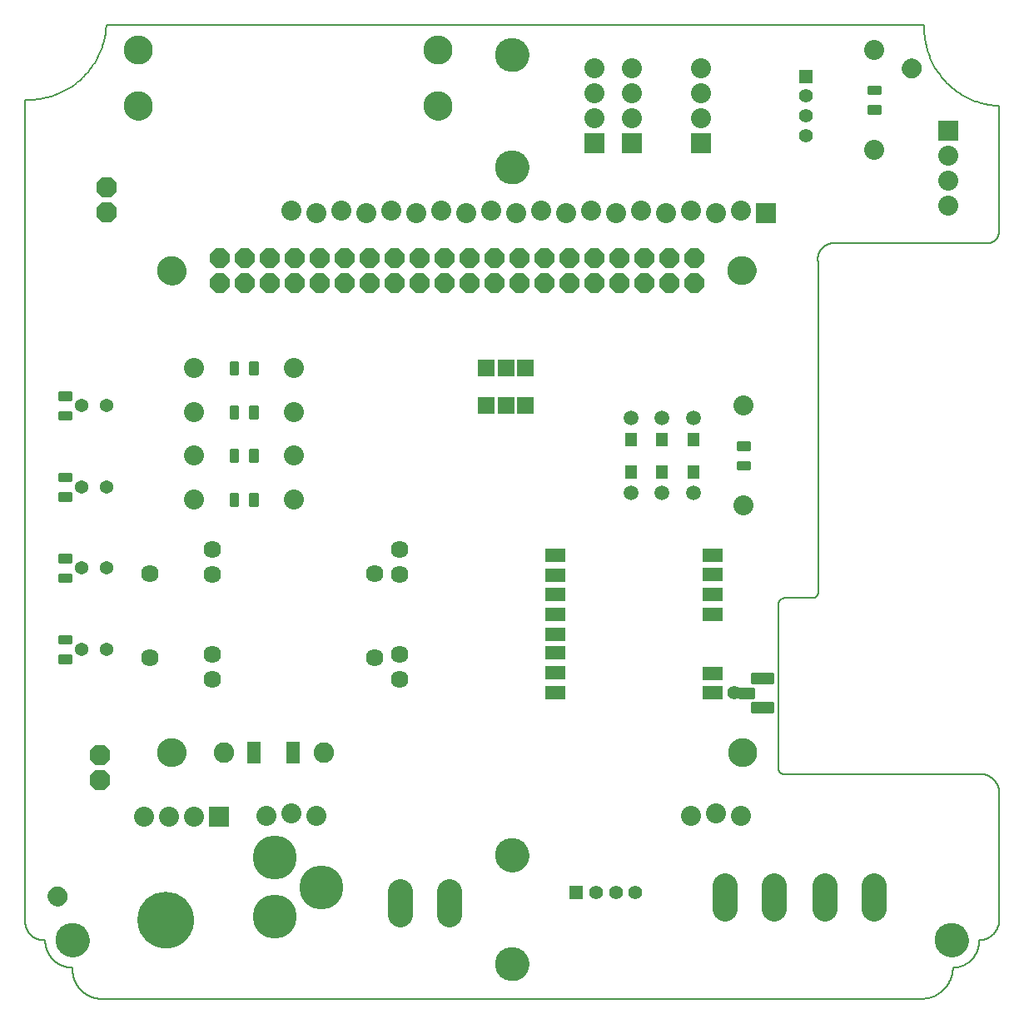
<source format=gts>
G75*
%MOIN*%
%OFA0B0*%
%FSLAX25Y25*%
%IPPOS*%
%LPD*%
%AMOC8*
5,1,8,0,0,1.08239X$1,22.5*
%
%ADD10C,0.00600*%
%ADD11C,0.00000*%
%ADD12C,0.11600*%
%ADD13C,0.22600*%
%ADD14C,0.04537*%
%ADD15C,0.01969*%
%ADD16C,0.08000*%
%ADD17C,0.05400*%
%ADD18R,0.08000X0.08000*%
%ADD19OC8,0.08000*%
%ADD20C,0.07025*%
%ADD21C,0.09970*%
%ADD22R,0.05600X0.05600*%
%ADD23C,0.05600*%
%ADD24C,0.08200*%
%ADD25C,0.00937*%
%ADD26R,0.05600X0.08868*%
%ADD27R,0.06506X0.06506*%
%ADD28R,0.08474X0.05600*%
%ADD29R,0.04616X0.05324*%
%ADD30C,0.05915*%
%ADD31C,0.17600*%
%ADD32C,0.00920*%
%ADD33OC8,0.08200*%
%ADD34C,0.13600*%
D10*
X0062095Y0042600D02*
X0062095Y0371600D01*
X0062862Y0371579D01*
X0063630Y0371576D01*
X0064397Y0371593D01*
X0065164Y0371628D01*
X0065930Y0371682D01*
X0066694Y0371755D01*
X0067456Y0371846D01*
X0068216Y0371957D01*
X0068972Y0372085D01*
X0069726Y0372233D01*
X0070475Y0372399D01*
X0071220Y0372583D01*
X0071961Y0372785D01*
X0072696Y0373006D01*
X0073425Y0373244D01*
X0074149Y0373500D01*
X0074866Y0373774D01*
X0075576Y0374066D01*
X0076279Y0374375D01*
X0076974Y0374701D01*
X0077660Y0375044D01*
X0078339Y0375403D01*
X0079008Y0375780D01*
X0079667Y0376172D01*
X0080317Y0376581D01*
X0080957Y0377005D01*
X0081586Y0377445D01*
X0082204Y0377900D01*
X0082810Y0378371D01*
X0083405Y0378856D01*
X0083988Y0379355D01*
X0084558Y0379869D01*
X0085116Y0380397D01*
X0085660Y0380938D01*
X0086191Y0381492D01*
X0086709Y0382059D01*
X0087212Y0382639D01*
X0087701Y0383230D01*
X0088175Y0383834D01*
X0088634Y0384449D01*
X0089078Y0385075D01*
X0089506Y0385712D01*
X0089919Y0386359D01*
X0090316Y0387016D01*
X0090696Y0387683D01*
X0091060Y0388359D01*
X0091408Y0389043D01*
X0091738Y0389736D01*
X0092051Y0390437D01*
X0092347Y0391145D01*
X0092626Y0391861D01*
X0092887Y0392582D01*
X0093130Y0393311D01*
X0093355Y0394044D01*
X0093562Y0394783D01*
X0093751Y0395527D01*
X0093921Y0396276D01*
X0094073Y0397028D01*
X0094207Y0397784D01*
X0094322Y0398543D01*
X0094418Y0399304D01*
X0094496Y0400068D01*
X0094555Y0400833D01*
X0094595Y0401600D01*
X0422095Y0401600D01*
X0422074Y0400845D01*
X0422071Y0400089D01*
X0422087Y0399333D01*
X0422120Y0398578D01*
X0422172Y0397824D01*
X0422242Y0397072D01*
X0422331Y0396321D01*
X0422437Y0395573D01*
X0422561Y0394827D01*
X0422704Y0394085D01*
X0422864Y0393346D01*
X0423042Y0392612D01*
X0423238Y0391882D01*
X0423452Y0391157D01*
X0423682Y0390437D01*
X0423931Y0389724D01*
X0424196Y0389016D01*
X0424478Y0388315D01*
X0424778Y0387621D01*
X0425094Y0386934D01*
X0425426Y0386255D01*
X0425775Y0385585D01*
X0426140Y0384923D01*
X0426520Y0384270D01*
X0426917Y0383627D01*
X0427328Y0382993D01*
X0427755Y0382369D01*
X0428197Y0381756D01*
X0428654Y0381154D01*
X0429125Y0380563D01*
X0429610Y0379984D01*
X0430109Y0379416D01*
X0430622Y0378861D01*
X0431148Y0378318D01*
X0431687Y0377788D01*
X0432238Y0377271D01*
X0432802Y0376768D01*
X0433378Y0376278D01*
X0433965Y0375803D01*
X0434564Y0375342D01*
X0435174Y0374895D01*
X0435794Y0374464D01*
X0436425Y0374047D01*
X0437066Y0373646D01*
X0437716Y0373260D01*
X0438375Y0372891D01*
X0439043Y0372537D01*
X0439719Y0372199D01*
X0440403Y0371878D01*
X0441095Y0371574D01*
X0441794Y0371286D01*
X0442499Y0371016D01*
X0443211Y0370762D01*
X0443929Y0370526D01*
X0444653Y0370307D01*
X0445381Y0370106D01*
X0446114Y0369922D01*
X0446852Y0369756D01*
X0447593Y0369609D01*
X0448337Y0369479D01*
X0449085Y0369367D01*
X0449835Y0369273D01*
X0450587Y0369197D01*
X0451340Y0369139D01*
X0452095Y0369100D01*
X0452095Y0319100D01*
X0452093Y0318960D01*
X0452087Y0318820D01*
X0452077Y0318680D01*
X0452064Y0318540D01*
X0452046Y0318401D01*
X0452024Y0318262D01*
X0451999Y0318125D01*
X0451970Y0317987D01*
X0451937Y0317851D01*
X0451900Y0317716D01*
X0451859Y0317582D01*
X0451814Y0317449D01*
X0451766Y0317317D01*
X0451714Y0317187D01*
X0451659Y0317058D01*
X0451600Y0316931D01*
X0451537Y0316805D01*
X0451471Y0316681D01*
X0451402Y0316560D01*
X0451329Y0316440D01*
X0451252Y0316322D01*
X0451173Y0316207D01*
X0451090Y0316093D01*
X0451004Y0315983D01*
X0450915Y0315874D01*
X0450823Y0315768D01*
X0450728Y0315665D01*
X0450631Y0315564D01*
X0450530Y0315467D01*
X0450427Y0315372D01*
X0450321Y0315280D01*
X0450212Y0315191D01*
X0450102Y0315105D01*
X0449988Y0315022D01*
X0449873Y0314943D01*
X0449755Y0314866D01*
X0449635Y0314793D01*
X0449514Y0314724D01*
X0449390Y0314658D01*
X0449264Y0314595D01*
X0449137Y0314536D01*
X0449008Y0314481D01*
X0448878Y0314429D01*
X0448746Y0314381D01*
X0448613Y0314336D01*
X0448479Y0314295D01*
X0448344Y0314258D01*
X0448208Y0314225D01*
X0448070Y0314196D01*
X0447933Y0314171D01*
X0447794Y0314149D01*
X0447655Y0314131D01*
X0447515Y0314118D01*
X0447375Y0314108D01*
X0447235Y0314102D01*
X0447095Y0314100D01*
X0384595Y0314100D01*
X0384440Y0314067D01*
X0384285Y0314030D01*
X0384131Y0313989D01*
X0383979Y0313945D01*
X0383827Y0313896D01*
X0383677Y0313844D01*
X0383529Y0313788D01*
X0383381Y0313729D01*
X0383235Y0313665D01*
X0383091Y0313598D01*
X0382949Y0313528D01*
X0382808Y0313454D01*
X0382669Y0313377D01*
X0382533Y0313296D01*
X0382398Y0313211D01*
X0382265Y0313124D01*
X0382135Y0313033D01*
X0382007Y0312939D01*
X0381881Y0312842D01*
X0381758Y0312741D01*
X0381637Y0312638D01*
X0381519Y0312531D01*
X0381404Y0312422D01*
X0381291Y0312310D01*
X0381182Y0312195D01*
X0381075Y0312077D01*
X0380971Y0311957D01*
X0380870Y0311834D01*
X0380772Y0311709D01*
X0380677Y0311581D01*
X0380586Y0311451D01*
X0380498Y0311319D01*
X0380413Y0311185D01*
X0380332Y0311048D01*
X0380254Y0310910D01*
X0380179Y0310770D01*
X0380108Y0310627D01*
X0380041Y0310484D01*
X0379977Y0310338D01*
X0379916Y0310191D01*
X0379860Y0310042D01*
X0379807Y0309893D01*
X0379758Y0309741D01*
X0379713Y0309589D01*
X0379671Y0309436D01*
X0379634Y0309281D01*
X0379600Y0309126D01*
X0379570Y0308970D01*
X0379544Y0308813D01*
X0379522Y0308656D01*
X0379504Y0308498D01*
X0379490Y0308339D01*
X0379480Y0308181D01*
X0379473Y0308022D01*
X0379471Y0307863D01*
X0379473Y0307704D01*
X0379478Y0307545D01*
X0379488Y0307387D01*
X0379501Y0307228D01*
X0379519Y0307071D01*
X0379540Y0306913D01*
X0379566Y0306756D01*
X0379595Y0306600D01*
X0379595Y0174100D01*
X0379583Y0174007D01*
X0379567Y0173915D01*
X0379547Y0173824D01*
X0379523Y0173733D01*
X0379496Y0173644D01*
X0379465Y0173555D01*
X0379430Y0173468D01*
X0379392Y0173383D01*
X0379350Y0173299D01*
X0379305Y0173217D01*
X0379257Y0173137D01*
X0379205Y0173059D01*
X0379150Y0172983D01*
X0379092Y0172910D01*
X0379031Y0172839D01*
X0378967Y0172771D01*
X0378900Y0172705D01*
X0378831Y0172642D01*
X0378759Y0172582D01*
X0378685Y0172525D01*
X0378608Y0172471D01*
X0378530Y0172421D01*
X0378449Y0172373D01*
X0378366Y0172330D01*
X0378282Y0172289D01*
X0378196Y0172252D01*
X0378109Y0172219D01*
X0378020Y0172189D01*
X0377930Y0172163D01*
X0377839Y0172141D01*
X0377747Y0172122D01*
X0377655Y0172107D01*
X0377562Y0172096D01*
X0377469Y0172089D01*
X0377375Y0172086D01*
X0377282Y0172087D01*
X0377188Y0172091D01*
X0377095Y0172100D01*
X0366095Y0172100D01*
X0365992Y0172088D01*
X0365890Y0172073D01*
X0365789Y0172054D01*
X0365688Y0172032D01*
X0365588Y0172005D01*
X0365489Y0171975D01*
X0365392Y0171941D01*
X0365296Y0171904D01*
X0365201Y0171863D01*
X0365108Y0171818D01*
X0365016Y0171770D01*
X0364927Y0171719D01*
X0364839Y0171664D01*
X0364754Y0171606D01*
X0364670Y0171545D01*
X0364590Y0171481D01*
X0364511Y0171414D01*
X0364435Y0171344D01*
X0364362Y0171271D01*
X0364292Y0171196D01*
X0364224Y0171118D01*
X0364159Y0171037D01*
X0364098Y0170954D01*
X0364039Y0170869D01*
X0363984Y0170782D01*
X0363932Y0170692D01*
X0363884Y0170601D01*
X0363839Y0170508D01*
X0363797Y0170414D01*
X0363759Y0170318D01*
X0363725Y0170220D01*
X0363694Y0170122D01*
X0363667Y0170022D01*
X0363644Y0169922D01*
X0363624Y0169820D01*
X0363609Y0169718D01*
X0363597Y0169616D01*
X0363589Y0169513D01*
X0363585Y0169409D01*
X0363584Y0169306D01*
X0363588Y0169203D01*
X0363595Y0169100D01*
X0363595Y0104100D01*
X0363597Y0104002D01*
X0363603Y0103904D01*
X0363612Y0103806D01*
X0363626Y0103709D01*
X0363643Y0103612D01*
X0363664Y0103516D01*
X0363689Y0103421D01*
X0363717Y0103327D01*
X0363750Y0103235D01*
X0363785Y0103143D01*
X0363825Y0103053D01*
X0363867Y0102965D01*
X0363914Y0102878D01*
X0363963Y0102794D01*
X0364016Y0102711D01*
X0364072Y0102631D01*
X0364132Y0102552D01*
X0364194Y0102476D01*
X0364259Y0102403D01*
X0364327Y0102332D01*
X0364398Y0102264D01*
X0364471Y0102199D01*
X0364547Y0102137D01*
X0364626Y0102077D01*
X0364706Y0102021D01*
X0364789Y0101968D01*
X0364873Y0101919D01*
X0364960Y0101872D01*
X0365048Y0101830D01*
X0365138Y0101790D01*
X0365230Y0101755D01*
X0365322Y0101722D01*
X0365416Y0101694D01*
X0365511Y0101669D01*
X0365607Y0101648D01*
X0365704Y0101631D01*
X0365801Y0101617D01*
X0365899Y0101608D01*
X0365997Y0101602D01*
X0366095Y0101600D01*
X0444595Y0101600D01*
X0444776Y0101598D01*
X0444957Y0101591D01*
X0445138Y0101580D01*
X0445319Y0101565D01*
X0445499Y0101545D01*
X0445679Y0101521D01*
X0445858Y0101493D01*
X0446036Y0101460D01*
X0446213Y0101423D01*
X0446390Y0101382D01*
X0446565Y0101337D01*
X0446740Y0101287D01*
X0446913Y0101233D01*
X0447084Y0101175D01*
X0447255Y0101113D01*
X0447423Y0101046D01*
X0447590Y0100976D01*
X0447756Y0100902D01*
X0447919Y0100823D01*
X0448080Y0100741D01*
X0448240Y0100655D01*
X0448397Y0100565D01*
X0448552Y0100471D01*
X0448705Y0100374D01*
X0448855Y0100272D01*
X0449003Y0100168D01*
X0449149Y0100059D01*
X0449291Y0099948D01*
X0449431Y0099832D01*
X0449568Y0099714D01*
X0449703Y0099592D01*
X0449834Y0099467D01*
X0449962Y0099339D01*
X0450087Y0099208D01*
X0450209Y0099073D01*
X0450327Y0098936D01*
X0450443Y0098796D01*
X0450554Y0098654D01*
X0450663Y0098508D01*
X0450767Y0098360D01*
X0450869Y0098210D01*
X0450966Y0098057D01*
X0451060Y0097902D01*
X0451150Y0097745D01*
X0451236Y0097585D01*
X0451318Y0097424D01*
X0451397Y0097261D01*
X0451471Y0097095D01*
X0451541Y0096928D01*
X0451608Y0096760D01*
X0451670Y0096589D01*
X0451728Y0096418D01*
X0451782Y0096245D01*
X0451832Y0096070D01*
X0451877Y0095895D01*
X0451918Y0095718D01*
X0451955Y0095541D01*
X0451988Y0095363D01*
X0452016Y0095184D01*
X0452040Y0095004D01*
X0452060Y0094824D01*
X0452075Y0094643D01*
X0452086Y0094462D01*
X0452093Y0094281D01*
X0452095Y0094100D01*
X0452095Y0044100D01*
X0452111Y0043900D01*
X0452122Y0043701D01*
X0452128Y0043500D01*
X0452129Y0043300D01*
X0452125Y0043100D01*
X0452117Y0042900D01*
X0452103Y0042700D01*
X0452085Y0042501D01*
X0452062Y0042302D01*
X0452035Y0042104D01*
X0452002Y0041906D01*
X0451965Y0041710D01*
X0451923Y0041514D01*
X0451876Y0041319D01*
X0451825Y0041126D01*
X0451769Y0040934D01*
X0451708Y0040743D01*
X0451643Y0040554D01*
X0451573Y0040366D01*
X0451499Y0040180D01*
X0451420Y0039996D01*
X0451336Y0039814D01*
X0451249Y0039634D01*
X0451157Y0039456D01*
X0451061Y0039281D01*
X0450960Y0039108D01*
X0450856Y0038937D01*
X0450747Y0038769D01*
X0450634Y0038603D01*
X0450518Y0038441D01*
X0450397Y0038281D01*
X0450273Y0038124D01*
X0450144Y0037970D01*
X0450013Y0037820D01*
X0449877Y0037672D01*
X0449738Y0037528D01*
X0449596Y0037387D01*
X0449450Y0037250D01*
X0449301Y0037116D01*
X0449149Y0036986D01*
X0448993Y0036860D01*
X0448835Y0036738D01*
X0448674Y0036619D01*
X0448510Y0036504D01*
X0448343Y0036394D01*
X0448174Y0036287D01*
X0448002Y0036184D01*
X0447827Y0036086D01*
X0447651Y0035992D01*
X0447472Y0035902D01*
X0447291Y0035817D01*
X0447108Y0035736D01*
X0446923Y0035659D01*
X0446736Y0035587D01*
X0446548Y0035519D01*
X0446358Y0035456D01*
X0446166Y0035398D01*
X0445973Y0035344D01*
X0445779Y0035295D01*
X0445584Y0035251D01*
X0445388Y0035211D01*
X0445191Y0035176D01*
X0444993Y0035146D01*
X0444794Y0035121D01*
X0444595Y0035100D01*
X0444095Y0035100D01*
X0444098Y0034840D01*
X0444095Y0034580D01*
X0444085Y0034321D01*
X0444069Y0034061D01*
X0444047Y0033802D01*
X0444018Y0033544D01*
X0443984Y0033287D01*
X0443943Y0033030D01*
X0443896Y0032774D01*
X0443843Y0032520D01*
X0443783Y0032267D01*
X0443718Y0032016D01*
X0443646Y0031766D01*
X0443569Y0031518D01*
X0443485Y0031272D01*
X0443396Y0031028D01*
X0443300Y0030786D01*
X0443199Y0030547D01*
X0443092Y0030310D01*
X0442980Y0030076D01*
X0442862Y0029844D01*
X0442738Y0029616D01*
X0442609Y0029390D01*
X0442474Y0029168D01*
X0442334Y0028949D01*
X0442189Y0028734D01*
X0442039Y0028522D01*
X0441883Y0028313D01*
X0441723Y0028109D01*
X0441557Y0027908D01*
X0441387Y0027712D01*
X0441212Y0027520D01*
X0441033Y0027332D01*
X0440849Y0027148D01*
X0440661Y0026969D01*
X0440468Y0026795D01*
X0440271Y0026625D01*
X0440071Y0026460D01*
X0439866Y0026300D01*
X0439657Y0026145D01*
X0439445Y0025995D01*
X0439230Y0025850D01*
X0439010Y0025710D01*
X0438788Y0025576D01*
X0438562Y0025447D01*
X0438333Y0025324D01*
X0438102Y0025206D01*
X0437867Y0025094D01*
X0437630Y0024988D01*
X0437391Y0024887D01*
X0437149Y0024792D01*
X0436905Y0024703D01*
X0436659Y0024620D01*
X0436410Y0024543D01*
X0436160Y0024472D01*
X0435909Y0024407D01*
X0435656Y0024348D01*
X0435401Y0024295D01*
X0435146Y0024249D01*
X0434889Y0024208D01*
X0434631Y0024174D01*
X0434373Y0024146D01*
X0434114Y0024125D01*
X0433855Y0024109D01*
X0433595Y0024100D01*
X0433585Y0023792D01*
X0433568Y0023484D01*
X0433543Y0023177D01*
X0433511Y0022871D01*
X0433471Y0022565D01*
X0433425Y0022260D01*
X0433370Y0021957D01*
X0433309Y0021655D01*
X0433240Y0021355D01*
X0433164Y0021056D01*
X0433081Y0020759D01*
X0432991Y0020465D01*
X0432893Y0020172D01*
X0432789Y0019883D01*
X0432677Y0019595D01*
X0432559Y0019311D01*
X0432434Y0019029D01*
X0432302Y0018751D01*
X0432163Y0018475D01*
X0432018Y0018204D01*
X0431866Y0017935D01*
X0431708Y0017671D01*
X0431543Y0017410D01*
X0431373Y0017154D01*
X0431196Y0016902D01*
X0431013Y0016654D01*
X0430824Y0016410D01*
X0430629Y0016172D01*
X0430428Y0015937D01*
X0430222Y0015708D01*
X0430011Y0015484D01*
X0429794Y0015265D01*
X0429572Y0015052D01*
X0429345Y0014844D01*
X0429112Y0014641D01*
X0428875Y0014444D01*
X0428634Y0014253D01*
X0428387Y0014068D01*
X0428137Y0013888D01*
X0427882Y0013715D01*
X0427623Y0013548D01*
X0427360Y0013388D01*
X0427093Y0013234D01*
X0426823Y0013086D01*
X0426549Y0012945D01*
X0426271Y0012810D01*
X0425991Y0012682D01*
X0425708Y0012561D01*
X0425421Y0012447D01*
X0425132Y0012340D01*
X0424841Y0012240D01*
X0424547Y0012147D01*
X0424251Y0012061D01*
X0423953Y0011983D01*
X0423653Y0011911D01*
X0423352Y0011847D01*
X0423049Y0011790D01*
X0422745Y0011740D01*
X0422440Y0011698D01*
X0422134Y0011663D01*
X0421827Y0011636D01*
X0421519Y0011616D01*
X0421211Y0011603D01*
X0420903Y0011598D01*
X0420595Y0011600D01*
X0092095Y0011600D01*
X0091811Y0011621D01*
X0091528Y0011650D01*
X0091246Y0011685D01*
X0090964Y0011727D01*
X0090684Y0011776D01*
X0090405Y0011832D01*
X0090127Y0011894D01*
X0089851Y0011963D01*
X0089577Y0012039D01*
X0089305Y0012121D01*
X0089035Y0012210D01*
X0088766Y0012305D01*
X0088501Y0012407D01*
X0088238Y0012515D01*
X0087977Y0012629D01*
X0087719Y0012750D01*
X0087465Y0012877D01*
X0087213Y0013010D01*
X0086965Y0013149D01*
X0086720Y0013294D01*
X0086479Y0013445D01*
X0086242Y0013602D01*
X0086008Y0013764D01*
X0085778Y0013932D01*
X0085553Y0014106D01*
X0085332Y0014285D01*
X0085115Y0014469D01*
X0084903Y0014658D01*
X0084695Y0014853D01*
X0084492Y0015052D01*
X0084294Y0015257D01*
X0084101Y0015466D01*
X0083913Y0015679D01*
X0083730Y0015897D01*
X0083553Y0016120D01*
X0083381Y0016346D01*
X0083214Y0016577D01*
X0083053Y0016812D01*
X0082898Y0017050D01*
X0082749Y0017292D01*
X0082605Y0017538D01*
X0082468Y0017787D01*
X0082337Y0018040D01*
X0082211Y0018295D01*
X0082092Y0018554D01*
X0081980Y0018815D01*
X0081873Y0019079D01*
X0081773Y0019345D01*
X0081680Y0019614D01*
X0081593Y0019885D01*
X0081512Y0020158D01*
X0081438Y0020432D01*
X0081371Y0020709D01*
X0081311Y0020987D01*
X0081257Y0021266D01*
X0081210Y0021547D01*
X0081170Y0021829D01*
X0081136Y0022111D01*
X0081110Y0022394D01*
X0081090Y0022678D01*
X0081077Y0022962D01*
X0081071Y0023247D01*
X0081072Y0023531D01*
X0081080Y0023816D01*
X0081095Y0024100D01*
X0080829Y0024103D01*
X0080564Y0024113D01*
X0080298Y0024129D01*
X0080033Y0024151D01*
X0079769Y0024180D01*
X0079506Y0024215D01*
X0079243Y0024257D01*
X0078982Y0024305D01*
X0078721Y0024359D01*
X0078463Y0024420D01*
X0078205Y0024486D01*
X0077950Y0024559D01*
X0077696Y0024638D01*
X0077444Y0024724D01*
X0077194Y0024815D01*
X0076947Y0024912D01*
X0076702Y0025015D01*
X0076460Y0025124D01*
X0076220Y0025239D01*
X0075983Y0025360D01*
X0075749Y0025486D01*
X0075518Y0025618D01*
X0075291Y0025756D01*
X0075067Y0025899D01*
X0074846Y0026047D01*
X0074629Y0026201D01*
X0074416Y0026360D01*
X0074207Y0026524D01*
X0074002Y0026693D01*
X0073801Y0026866D01*
X0073604Y0027045D01*
X0073411Y0027228D01*
X0073223Y0027416D01*
X0073040Y0027609D01*
X0072861Y0027806D01*
X0072688Y0028007D01*
X0072519Y0028212D01*
X0072355Y0028421D01*
X0072196Y0028634D01*
X0072042Y0028851D01*
X0071894Y0029072D01*
X0071751Y0029296D01*
X0071613Y0029523D01*
X0071481Y0029754D01*
X0071355Y0029988D01*
X0071234Y0030225D01*
X0071119Y0030465D01*
X0071010Y0030707D01*
X0070907Y0030952D01*
X0070810Y0031199D01*
X0070719Y0031449D01*
X0070633Y0031701D01*
X0070554Y0031955D01*
X0070481Y0032210D01*
X0070415Y0032468D01*
X0070354Y0032726D01*
X0070300Y0032987D01*
X0070252Y0033248D01*
X0070210Y0033511D01*
X0070175Y0033774D01*
X0070146Y0034038D01*
X0070124Y0034303D01*
X0070108Y0034569D01*
X0070098Y0034834D01*
X0070095Y0035100D01*
X0069595Y0035100D01*
X0069414Y0035102D01*
X0069233Y0035109D01*
X0069052Y0035120D01*
X0068871Y0035135D01*
X0068691Y0035155D01*
X0068511Y0035179D01*
X0068332Y0035207D01*
X0068154Y0035240D01*
X0067977Y0035277D01*
X0067800Y0035318D01*
X0067625Y0035363D01*
X0067450Y0035413D01*
X0067277Y0035467D01*
X0067106Y0035525D01*
X0066935Y0035587D01*
X0066767Y0035654D01*
X0066600Y0035724D01*
X0066434Y0035798D01*
X0066271Y0035877D01*
X0066110Y0035959D01*
X0065950Y0036045D01*
X0065793Y0036135D01*
X0065638Y0036229D01*
X0065485Y0036326D01*
X0065335Y0036428D01*
X0065187Y0036532D01*
X0065041Y0036641D01*
X0064899Y0036752D01*
X0064759Y0036868D01*
X0064622Y0036986D01*
X0064487Y0037108D01*
X0064356Y0037233D01*
X0064228Y0037361D01*
X0064103Y0037492D01*
X0063981Y0037627D01*
X0063863Y0037764D01*
X0063747Y0037904D01*
X0063636Y0038046D01*
X0063527Y0038192D01*
X0063423Y0038340D01*
X0063321Y0038490D01*
X0063224Y0038643D01*
X0063130Y0038798D01*
X0063040Y0038955D01*
X0062954Y0039115D01*
X0062872Y0039276D01*
X0062793Y0039439D01*
X0062719Y0039605D01*
X0062649Y0039772D01*
X0062582Y0039940D01*
X0062520Y0040111D01*
X0062462Y0040282D01*
X0062408Y0040455D01*
X0062358Y0040630D01*
X0062313Y0040805D01*
X0062272Y0040982D01*
X0062235Y0041159D01*
X0062202Y0041337D01*
X0062174Y0041516D01*
X0062150Y0041696D01*
X0062130Y0041876D01*
X0062115Y0042057D01*
X0062104Y0042238D01*
X0062097Y0042419D01*
X0062095Y0042600D01*
D11*
X0074595Y0035100D02*
X0074597Y0035261D01*
X0074603Y0035421D01*
X0074613Y0035582D01*
X0074627Y0035742D01*
X0074645Y0035902D01*
X0074666Y0036061D01*
X0074692Y0036220D01*
X0074722Y0036378D01*
X0074755Y0036535D01*
X0074793Y0036692D01*
X0074834Y0036847D01*
X0074879Y0037001D01*
X0074928Y0037154D01*
X0074981Y0037306D01*
X0075037Y0037457D01*
X0075098Y0037606D01*
X0075161Y0037754D01*
X0075229Y0037900D01*
X0075300Y0038044D01*
X0075374Y0038186D01*
X0075452Y0038327D01*
X0075534Y0038465D01*
X0075619Y0038602D01*
X0075707Y0038736D01*
X0075799Y0038868D01*
X0075894Y0038998D01*
X0075992Y0039126D01*
X0076093Y0039251D01*
X0076197Y0039373D01*
X0076304Y0039493D01*
X0076414Y0039610D01*
X0076527Y0039725D01*
X0076643Y0039836D01*
X0076762Y0039945D01*
X0076883Y0040050D01*
X0077007Y0040153D01*
X0077133Y0040253D01*
X0077261Y0040349D01*
X0077392Y0040442D01*
X0077526Y0040532D01*
X0077661Y0040619D01*
X0077799Y0040702D01*
X0077938Y0040782D01*
X0078080Y0040858D01*
X0078223Y0040931D01*
X0078368Y0041000D01*
X0078515Y0041066D01*
X0078663Y0041128D01*
X0078813Y0041186D01*
X0078964Y0041241D01*
X0079117Y0041292D01*
X0079271Y0041339D01*
X0079426Y0041382D01*
X0079582Y0041421D01*
X0079738Y0041457D01*
X0079896Y0041488D01*
X0080054Y0041516D01*
X0080213Y0041540D01*
X0080373Y0041560D01*
X0080533Y0041576D01*
X0080693Y0041588D01*
X0080854Y0041596D01*
X0081015Y0041600D01*
X0081175Y0041600D01*
X0081336Y0041596D01*
X0081497Y0041588D01*
X0081657Y0041576D01*
X0081817Y0041560D01*
X0081977Y0041540D01*
X0082136Y0041516D01*
X0082294Y0041488D01*
X0082452Y0041457D01*
X0082608Y0041421D01*
X0082764Y0041382D01*
X0082919Y0041339D01*
X0083073Y0041292D01*
X0083226Y0041241D01*
X0083377Y0041186D01*
X0083527Y0041128D01*
X0083675Y0041066D01*
X0083822Y0041000D01*
X0083967Y0040931D01*
X0084110Y0040858D01*
X0084252Y0040782D01*
X0084391Y0040702D01*
X0084529Y0040619D01*
X0084664Y0040532D01*
X0084798Y0040442D01*
X0084929Y0040349D01*
X0085057Y0040253D01*
X0085183Y0040153D01*
X0085307Y0040050D01*
X0085428Y0039945D01*
X0085547Y0039836D01*
X0085663Y0039725D01*
X0085776Y0039610D01*
X0085886Y0039493D01*
X0085993Y0039373D01*
X0086097Y0039251D01*
X0086198Y0039126D01*
X0086296Y0038998D01*
X0086391Y0038868D01*
X0086483Y0038736D01*
X0086571Y0038602D01*
X0086656Y0038465D01*
X0086738Y0038327D01*
X0086816Y0038186D01*
X0086890Y0038044D01*
X0086961Y0037900D01*
X0087029Y0037754D01*
X0087092Y0037606D01*
X0087153Y0037457D01*
X0087209Y0037306D01*
X0087262Y0037154D01*
X0087311Y0037001D01*
X0087356Y0036847D01*
X0087397Y0036692D01*
X0087435Y0036535D01*
X0087468Y0036378D01*
X0087498Y0036220D01*
X0087524Y0036061D01*
X0087545Y0035902D01*
X0087563Y0035742D01*
X0087577Y0035582D01*
X0087587Y0035421D01*
X0087593Y0035261D01*
X0087595Y0035100D01*
X0087593Y0034939D01*
X0087587Y0034779D01*
X0087577Y0034618D01*
X0087563Y0034458D01*
X0087545Y0034298D01*
X0087524Y0034139D01*
X0087498Y0033980D01*
X0087468Y0033822D01*
X0087435Y0033665D01*
X0087397Y0033508D01*
X0087356Y0033353D01*
X0087311Y0033199D01*
X0087262Y0033046D01*
X0087209Y0032894D01*
X0087153Y0032743D01*
X0087092Y0032594D01*
X0087029Y0032446D01*
X0086961Y0032300D01*
X0086890Y0032156D01*
X0086816Y0032014D01*
X0086738Y0031873D01*
X0086656Y0031735D01*
X0086571Y0031598D01*
X0086483Y0031464D01*
X0086391Y0031332D01*
X0086296Y0031202D01*
X0086198Y0031074D01*
X0086097Y0030949D01*
X0085993Y0030827D01*
X0085886Y0030707D01*
X0085776Y0030590D01*
X0085663Y0030475D01*
X0085547Y0030364D01*
X0085428Y0030255D01*
X0085307Y0030150D01*
X0085183Y0030047D01*
X0085057Y0029947D01*
X0084929Y0029851D01*
X0084798Y0029758D01*
X0084664Y0029668D01*
X0084529Y0029581D01*
X0084391Y0029498D01*
X0084252Y0029418D01*
X0084110Y0029342D01*
X0083967Y0029269D01*
X0083822Y0029200D01*
X0083675Y0029134D01*
X0083527Y0029072D01*
X0083377Y0029014D01*
X0083226Y0028959D01*
X0083073Y0028908D01*
X0082919Y0028861D01*
X0082764Y0028818D01*
X0082608Y0028779D01*
X0082452Y0028743D01*
X0082294Y0028712D01*
X0082136Y0028684D01*
X0081977Y0028660D01*
X0081817Y0028640D01*
X0081657Y0028624D01*
X0081497Y0028612D01*
X0081336Y0028604D01*
X0081175Y0028600D01*
X0081015Y0028600D01*
X0080854Y0028604D01*
X0080693Y0028612D01*
X0080533Y0028624D01*
X0080373Y0028640D01*
X0080213Y0028660D01*
X0080054Y0028684D01*
X0079896Y0028712D01*
X0079738Y0028743D01*
X0079582Y0028779D01*
X0079426Y0028818D01*
X0079271Y0028861D01*
X0079117Y0028908D01*
X0078964Y0028959D01*
X0078813Y0029014D01*
X0078663Y0029072D01*
X0078515Y0029134D01*
X0078368Y0029200D01*
X0078223Y0029269D01*
X0078080Y0029342D01*
X0077938Y0029418D01*
X0077799Y0029498D01*
X0077661Y0029581D01*
X0077526Y0029668D01*
X0077392Y0029758D01*
X0077261Y0029851D01*
X0077133Y0029947D01*
X0077007Y0030047D01*
X0076883Y0030150D01*
X0076762Y0030255D01*
X0076643Y0030364D01*
X0076527Y0030475D01*
X0076414Y0030590D01*
X0076304Y0030707D01*
X0076197Y0030827D01*
X0076093Y0030949D01*
X0075992Y0031074D01*
X0075894Y0031202D01*
X0075799Y0031332D01*
X0075707Y0031464D01*
X0075619Y0031598D01*
X0075534Y0031735D01*
X0075452Y0031873D01*
X0075374Y0032014D01*
X0075300Y0032156D01*
X0075229Y0032300D01*
X0075161Y0032446D01*
X0075098Y0032594D01*
X0075037Y0032743D01*
X0074981Y0032894D01*
X0074928Y0033046D01*
X0074879Y0033199D01*
X0074834Y0033353D01*
X0074793Y0033508D01*
X0074755Y0033665D01*
X0074722Y0033822D01*
X0074692Y0033980D01*
X0074666Y0034139D01*
X0074645Y0034298D01*
X0074627Y0034458D01*
X0074613Y0034618D01*
X0074603Y0034779D01*
X0074597Y0034939D01*
X0074595Y0035100D01*
X0107345Y0043100D02*
X0107348Y0043370D01*
X0107358Y0043640D01*
X0107375Y0043909D01*
X0107398Y0044178D01*
X0107428Y0044447D01*
X0107464Y0044714D01*
X0107507Y0044981D01*
X0107556Y0045246D01*
X0107612Y0045510D01*
X0107675Y0045773D01*
X0107743Y0046034D01*
X0107819Y0046293D01*
X0107900Y0046550D01*
X0107988Y0046806D01*
X0108082Y0047059D01*
X0108182Y0047310D01*
X0108289Y0047558D01*
X0108401Y0047803D01*
X0108520Y0048046D01*
X0108644Y0048285D01*
X0108774Y0048522D01*
X0108910Y0048755D01*
X0109052Y0048985D01*
X0109199Y0049211D01*
X0109352Y0049434D01*
X0109510Y0049653D01*
X0109673Y0049868D01*
X0109842Y0050078D01*
X0110016Y0050285D01*
X0110195Y0050487D01*
X0110378Y0050685D01*
X0110567Y0050878D01*
X0110760Y0051067D01*
X0110958Y0051250D01*
X0111160Y0051429D01*
X0111367Y0051603D01*
X0111577Y0051772D01*
X0111792Y0051935D01*
X0112011Y0052093D01*
X0112234Y0052246D01*
X0112460Y0052393D01*
X0112690Y0052535D01*
X0112923Y0052671D01*
X0113160Y0052801D01*
X0113399Y0052925D01*
X0113642Y0053044D01*
X0113887Y0053156D01*
X0114135Y0053263D01*
X0114386Y0053363D01*
X0114639Y0053457D01*
X0114895Y0053545D01*
X0115152Y0053626D01*
X0115411Y0053702D01*
X0115672Y0053770D01*
X0115935Y0053833D01*
X0116199Y0053889D01*
X0116464Y0053938D01*
X0116731Y0053981D01*
X0116998Y0054017D01*
X0117267Y0054047D01*
X0117536Y0054070D01*
X0117805Y0054087D01*
X0118075Y0054097D01*
X0118345Y0054100D01*
X0118615Y0054097D01*
X0118885Y0054087D01*
X0119154Y0054070D01*
X0119423Y0054047D01*
X0119692Y0054017D01*
X0119959Y0053981D01*
X0120226Y0053938D01*
X0120491Y0053889D01*
X0120755Y0053833D01*
X0121018Y0053770D01*
X0121279Y0053702D01*
X0121538Y0053626D01*
X0121795Y0053545D01*
X0122051Y0053457D01*
X0122304Y0053363D01*
X0122555Y0053263D01*
X0122803Y0053156D01*
X0123048Y0053044D01*
X0123291Y0052925D01*
X0123530Y0052801D01*
X0123767Y0052671D01*
X0124000Y0052535D01*
X0124230Y0052393D01*
X0124456Y0052246D01*
X0124679Y0052093D01*
X0124898Y0051935D01*
X0125113Y0051772D01*
X0125323Y0051603D01*
X0125530Y0051429D01*
X0125732Y0051250D01*
X0125930Y0051067D01*
X0126123Y0050878D01*
X0126312Y0050685D01*
X0126495Y0050487D01*
X0126674Y0050285D01*
X0126848Y0050078D01*
X0127017Y0049868D01*
X0127180Y0049653D01*
X0127338Y0049434D01*
X0127491Y0049211D01*
X0127638Y0048985D01*
X0127780Y0048755D01*
X0127916Y0048522D01*
X0128046Y0048285D01*
X0128170Y0048046D01*
X0128289Y0047803D01*
X0128401Y0047558D01*
X0128508Y0047310D01*
X0128608Y0047059D01*
X0128702Y0046806D01*
X0128790Y0046550D01*
X0128871Y0046293D01*
X0128947Y0046034D01*
X0129015Y0045773D01*
X0129078Y0045510D01*
X0129134Y0045246D01*
X0129183Y0044981D01*
X0129226Y0044714D01*
X0129262Y0044447D01*
X0129292Y0044178D01*
X0129315Y0043909D01*
X0129332Y0043640D01*
X0129342Y0043370D01*
X0129345Y0043100D01*
X0129342Y0042830D01*
X0129332Y0042560D01*
X0129315Y0042291D01*
X0129292Y0042022D01*
X0129262Y0041753D01*
X0129226Y0041486D01*
X0129183Y0041219D01*
X0129134Y0040954D01*
X0129078Y0040690D01*
X0129015Y0040427D01*
X0128947Y0040166D01*
X0128871Y0039907D01*
X0128790Y0039650D01*
X0128702Y0039394D01*
X0128608Y0039141D01*
X0128508Y0038890D01*
X0128401Y0038642D01*
X0128289Y0038397D01*
X0128170Y0038154D01*
X0128046Y0037915D01*
X0127916Y0037678D01*
X0127780Y0037445D01*
X0127638Y0037215D01*
X0127491Y0036989D01*
X0127338Y0036766D01*
X0127180Y0036547D01*
X0127017Y0036332D01*
X0126848Y0036122D01*
X0126674Y0035915D01*
X0126495Y0035713D01*
X0126312Y0035515D01*
X0126123Y0035322D01*
X0125930Y0035133D01*
X0125732Y0034950D01*
X0125530Y0034771D01*
X0125323Y0034597D01*
X0125113Y0034428D01*
X0124898Y0034265D01*
X0124679Y0034107D01*
X0124456Y0033954D01*
X0124230Y0033807D01*
X0124000Y0033665D01*
X0123767Y0033529D01*
X0123530Y0033399D01*
X0123291Y0033275D01*
X0123048Y0033156D01*
X0122803Y0033044D01*
X0122555Y0032937D01*
X0122304Y0032837D01*
X0122051Y0032743D01*
X0121795Y0032655D01*
X0121538Y0032574D01*
X0121279Y0032498D01*
X0121018Y0032430D01*
X0120755Y0032367D01*
X0120491Y0032311D01*
X0120226Y0032262D01*
X0119959Y0032219D01*
X0119692Y0032183D01*
X0119423Y0032153D01*
X0119154Y0032130D01*
X0118885Y0032113D01*
X0118615Y0032103D01*
X0118345Y0032100D01*
X0118075Y0032103D01*
X0117805Y0032113D01*
X0117536Y0032130D01*
X0117267Y0032153D01*
X0116998Y0032183D01*
X0116731Y0032219D01*
X0116464Y0032262D01*
X0116199Y0032311D01*
X0115935Y0032367D01*
X0115672Y0032430D01*
X0115411Y0032498D01*
X0115152Y0032574D01*
X0114895Y0032655D01*
X0114639Y0032743D01*
X0114386Y0032837D01*
X0114135Y0032937D01*
X0113887Y0033044D01*
X0113642Y0033156D01*
X0113399Y0033275D01*
X0113160Y0033399D01*
X0112923Y0033529D01*
X0112690Y0033665D01*
X0112460Y0033807D01*
X0112234Y0033954D01*
X0112011Y0034107D01*
X0111792Y0034265D01*
X0111577Y0034428D01*
X0111367Y0034597D01*
X0111160Y0034771D01*
X0110958Y0034950D01*
X0110760Y0035133D01*
X0110567Y0035322D01*
X0110378Y0035515D01*
X0110195Y0035713D01*
X0110016Y0035915D01*
X0109842Y0036122D01*
X0109673Y0036332D01*
X0109510Y0036547D01*
X0109352Y0036766D01*
X0109199Y0036989D01*
X0109052Y0037215D01*
X0108910Y0037445D01*
X0108774Y0037678D01*
X0108644Y0037915D01*
X0108520Y0038154D01*
X0108401Y0038397D01*
X0108289Y0038642D01*
X0108182Y0038890D01*
X0108082Y0039141D01*
X0107988Y0039394D01*
X0107900Y0039650D01*
X0107819Y0039907D01*
X0107743Y0040166D01*
X0107675Y0040427D01*
X0107612Y0040690D01*
X0107556Y0040954D01*
X0107507Y0041219D01*
X0107464Y0041486D01*
X0107428Y0041753D01*
X0107398Y0042022D01*
X0107375Y0042291D01*
X0107358Y0042560D01*
X0107348Y0042830D01*
X0107345Y0043100D01*
X0115345Y0110350D02*
X0115347Y0110498D01*
X0115353Y0110646D01*
X0115363Y0110794D01*
X0115377Y0110942D01*
X0115395Y0111089D01*
X0115417Y0111236D01*
X0115443Y0111382D01*
X0115472Y0111527D01*
X0115506Y0111672D01*
X0115544Y0111815D01*
X0115585Y0111958D01*
X0115630Y0112099D01*
X0115680Y0112239D01*
X0115732Y0112377D01*
X0115789Y0112515D01*
X0115849Y0112650D01*
X0115913Y0112784D01*
X0115980Y0112916D01*
X0116051Y0113046D01*
X0116126Y0113175D01*
X0116204Y0113301D01*
X0116285Y0113425D01*
X0116369Y0113547D01*
X0116457Y0113666D01*
X0116548Y0113783D01*
X0116642Y0113898D01*
X0116740Y0114010D01*
X0116840Y0114119D01*
X0116943Y0114226D01*
X0117049Y0114330D01*
X0117157Y0114431D01*
X0117269Y0114529D01*
X0117383Y0114624D01*
X0117499Y0114715D01*
X0117618Y0114804D01*
X0117739Y0114889D01*
X0117863Y0114971D01*
X0117989Y0115050D01*
X0118116Y0115125D01*
X0118246Y0115197D01*
X0118378Y0115266D01*
X0118511Y0115330D01*
X0118646Y0115391D01*
X0118783Y0115449D01*
X0118921Y0115503D01*
X0119061Y0115553D01*
X0119202Y0115599D01*
X0119344Y0115641D01*
X0119487Y0115680D01*
X0119631Y0115714D01*
X0119777Y0115745D01*
X0119922Y0115772D01*
X0120069Y0115795D01*
X0120216Y0115814D01*
X0120364Y0115829D01*
X0120511Y0115840D01*
X0120660Y0115847D01*
X0120808Y0115850D01*
X0120956Y0115849D01*
X0121104Y0115844D01*
X0121252Y0115835D01*
X0121400Y0115822D01*
X0121548Y0115805D01*
X0121694Y0115784D01*
X0121841Y0115759D01*
X0121986Y0115730D01*
X0122131Y0115698D01*
X0122274Y0115661D01*
X0122417Y0115621D01*
X0122559Y0115576D01*
X0122699Y0115528D01*
X0122838Y0115476D01*
X0122975Y0115421D01*
X0123111Y0115361D01*
X0123246Y0115298D01*
X0123378Y0115232D01*
X0123509Y0115162D01*
X0123638Y0115088D01*
X0123764Y0115011D01*
X0123889Y0114931D01*
X0124011Y0114847D01*
X0124132Y0114760D01*
X0124249Y0114670D01*
X0124365Y0114576D01*
X0124477Y0114480D01*
X0124587Y0114381D01*
X0124695Y0114278D01*
X0124799Y0114173D01*
X0124901Y0114065D01*
X0124999Y0113954D01*
X0125095Y0113841D01*
X0125188Y0113725D01*
X0125277Y0113607D01*
X0125363Y0113486D01*
X0125446Y0113363D01*
X0125526Y0113238D01*
X0125602Y0113111D01*
X0125675Y0112981D01*
X0125744Y0112850D01*
X0125809Y0112717D01*
X0125872Y0112583D01*
X0125930Y0112446D01*
X0125985Y0112308D01*
X0126035Y0112169D01*
X0126083Y0112028D01*
X0126126Y0111887D01*
X0126166Y0111744D01*
X0126201Y0111600D01*
X0126233Y0111455D01*
X0126261Y0111309D01*
X0126285Y0111163D01*
X0126305Y0111016D01*
X0126321Y0110868D01*
X0126333Y0110721D01*
X0126341Y0110572D01*
X0126345Y0110424D01*
X0126345Y0110276D01*
X0126341Y0110128D01*
X0126333Y0109979D01*
X0126321Y0109832D01*
X0126305Y0109684D01*
X0126285Y0109537D01*
X0126261Y0109391D01*
X0126233Y0109245D01*
X0126201Y0109100D01*
X0126166Y0108956D01*
X0126126Y0108813D01*
X0126083Y0108672D01*
X0126035Y0108531D01*
X0125985Y0108392D01*
X0125930Y0108254D01*
X0125872Y0108117D01*
X0125809Y0107983D01*
X0125744Y0107850D01*
X0125675Y0107719D01*
X0125602Y0107589D01*
X0125526Y0107462D01*
X0125446Y0107337D01*
X0125363Y0107214D01*
X0125277Y0107093D01*
X0125188Y0106975D01*
X0125095Y0106859D01*
X0124999Y0106746D01*
X0124901Y0106635D01*
X0124799Y0106527D01*
X0124695Y0106422D01*
X0124587Y0106319D01*
X0124477Y0106220D01*
X0124365Y0106124D01*
X0124249Y0106030D01*
X0124132Y0105940D01*
X0124011Y0105853D01*
X0123889Y0105769D01*
X0123764Y0105689D01*
X0123638Y0105612D01*
X0123509Y0105538D01*
X0123378Y0105468D01*
X0123246Y0105402D01*
X0123111Y0105339D01*
X0122975Y0105279D01*
X0122838Y0105224D01*
X0122699Y0105172D01*
X0122559Y0105124D01*
X0122417Y0105079D01*
X0122274Y0105039D01*
X0122131Y0105002D01*
X0121986Y0104970D01*
X0121841Y0104941D01*
X0121694Y0104916D01*
X0121548Y0104895D01*
X0121400Y0104878D01*
X0121252Y0104865D01*
X0121104Y0104856D01*
X0120956Y0104851D01*
X0120808Y0104850D01*
X0120660Y0104853D01*
X0120511Y0104860D01*
X0120364Y0104871D01*
X0120216Y0104886D01*
X0120069Y0104905D01*
X0119922Y0104928D01*
X0119777Y0104955D01*
X0119631Y0104986D01*
X0119487Y0105020D01*
X0119344Y0105059D01*
X0119202Y0105101D01*
X0119061Y0105147D01*
X0118921Y0105197D01*
X0118783Y0105251D01*
X0118646Y0105309D01*
X0118511Y0105370D01*
X0118378Y0105434D01*
X0118246Y0105503D01*
X0118116Y0105575D01*
X0117989Y0105650D01*
X0117863Y0105729D01*
X0117739Y0105811D01*
X0117618Y0105896D01*
X0117499Y0105985D01*
X0117383Y0106076D01*
X0117269Y0106171D01*
X0117157Y0106269D01*
X0117049Y0106370D01*
X0116943Y0106474D01*
X0116840Y0106581D01*
X0116740Y0106690D01*
X0116642Y0106802D01*
X0116548Y0106917D01*
X0116457Y0107034D01*
X0116369Y0107153D01*
X0116285Y0107275D01*
X0116204Y0107399D01*
X0116126Y0107525D01*
X0116051Y0107654D01*
X0115980Y0107784D01*
X0115913Y0107916D01*
X0115849Y0108050D01*
X0115789Y0108185D01*
X0115732Y0108323D01*
X0115680Y0108461D01*
X0115630Y0108601D01*
X0115585Y0108742D01*
X0115544Y0108885D01*
X0115506Y0109028D01*
X0115472Y0109173D01*
X0115443Y0109318D01*
X0115417Y0109464D01*
X0115395Y0109611D01*
X0115377Y0109758D01*
X0115363Y0109906D01*
X0115353Y0110054D01*
X0115347Y0110202D01*
X0115345Y0110350D01*
X0250595Y0069100D02*
X0250597Y0069261D01*
X0250603Y0069421D01*
X0250613Y0069582D01*
X0250627Y0069742D01*
X0250645Y0069902D01*
X0250666Y0070061D01*
X0250692Y0070220D01*
X0250722Y0070378D01*
X0250755Y0070535D01*
X0250793Y0070692D01*
X0250834Y0070847D01*
X0250879Y0071001D01*
X0250928Y0071154D01*
X0250981Y0071306D01*
X0251037Y0071457D01*
X0251098Y0071606D01*
X0251161Y0071754D01*
X0251229Y0071900D01*
X0251300Y0072044D01*
X0251374Y0072186D01*
X0251452Y0072327D01*
X0251534Y0072465D01*
X0251619Y0072602D01*
X0251707Y0072736D01*
X0251799Y0072868D01*
X0251894Y0072998D01*
X0251992Y0073126D01*
X0252093Y0073251D01*
X0252197Y0073373D01*
X0252304Y0073493D01*
X0252414Y0073610D01*
X0252527Y0073725D01*
X0252643Y0073836D01*
X0252762Y0073945D01*
X0252883Y0074050D01*
X0253007Y0074153D01*
X0253133Y0074253D01*
X0253261Y0074349D01*
X0253392Y0074442D01*
X0253526Y0074532D01*
X0253661Y0074619D01*
X0253799Y0074702D01*
X0253938Y0074782D01*
X0254080Y0074858D01*
X0254223Y0074931D01*
X0254368Y0075000D01*
X0254515Y0075066D01*
X0254663Y0075128D01*
X0254813Y0075186D01*
X0254964Y0075241D01*
X0255117Y0075292D01*
X0255271Y0075339D01*
X0255426Y0075382D01*
X0255582Y0075421D01*
X0255738Y0075457D01*
X0255896Y0075488D01*
X0256054Y0075516D01*
X0256213Y0075540D01*
X0256373Y0075560D01*
X0256533Y0075576D01*
X0256693Y0075588D01*
X0256854Y0075596D01*
X0257015Y0075600D01*
X0257175Y0075600D01*
X0257336Y0075596D01*
X0257497Y0075588D01*
X0257657Y0075576D01*
X0257817Y0075560D01*
X0257977Y0075540D01*
X0258136Y0075516D01*
X0258294Y0075488D01*
X0258452Y0075457D01*
X0258608Y0075421D01*
X0258764Y0075382D01*
X0258919Y0075339D01*
X0259073Y0075292D01*
X0259226Y0075241D01*
X0259377Y0075186D01*
X0259527Y0075128D01*
X0259675Y0075066D01*
X0259822Y0075000D01*
X0259967Y0074931D01*
X0260110Y0074858D01*
X0260252Y0074782D01*
X0260391Y0074702D01*
X0260529Y0074619D01*
X0260664Y0074532D01*
X0260798Y0074442D01*
X0260929Y0074349D01*
X0261057Y0074253D01*
X0261183Y0074153D01*
X0261307Y0074050D01*
X0261428Y0073945D01*
X0261547Y0073836D01*
X0261663Y0073725D01*
X0261776Y0073610D01*
X0261886Y0073493D01*
X0261993Y0073373D01*
X0262097Y0073251D01*
X0262198Y0073126D01*
X0262296Y0072998D01*
X0262391Y0072868D01*
X0262483Y0072736D01*
X0262571Y0072602D01*
X0262656Y0072465D01*
X0262738Y0072327D01*
X0262816Y0072186D01*
X0262890Y0072044D01*
X0262961Y0071900D01*
X0263029Y0071754D01*
X0263092Y0071606D01*
X0263153Y0071457D01*
X0263209Y0071306D01*
X0263262Y0071154D01*
X0263311Y0071001D01*
X0263356Y0070847D01*
X0263397Y0070692D01*
X0263435Y0070535D01*
X0263468Y0070378D01*
X0263498Y0070220D01*
X0263524Y0070061D01*
X0263545Y0069902D01*
X0263563Y0069742D01*
X0263577Y0069582D01*
X0263587Y0069421D01*
X0263593Y0069261D01*
X0263595Y0069100D01*
X0263593Y0068939D01*
X0263587Y0068779D01*
X0263577Y0068618D01*
X0263563Y0068458D01*
X0263545Y0068298D01*
X0263524Y0068139D01*
X0263498Y0067980D01*
X0263468Y0067822D01*
X0263435Y0067665D01*
X0263397Y0067508D01*
X0263356Y0067353D01*
X0263311Y0067199D01*
X0263262Y0067046D01*
X0263209Y0066894D01*
X0263153Y0066743D01*
X0263092Y0066594D01*
X0263029Y0066446D01*
X0262961Y0066300D01*
X0262890Y0066156D01*
X0262816Y0066014D01*
X0262738Y0065873D01*
X0262656Y0065735D01*
X0262571Y0065598D01*
X0262483Y0065464D01*
X0262391Y0065332D01*
X0262296Y0065202D01*
X0262198Y0065074D01*
X0262097Y0064949D01*
X0261993Y0064827D01*
X0261886Y0064707D01*
X0261776Y0064590D01*
X0261663Y0064475D01*
X0261547Y0064364D01*
X0261428Y0064255D01*
X0261307Y0064150D01*
X0261183Y0064047D01*
X0261057Y0063947D01*
X0260929Y0063851D01*
X0260798Y0063758D01*
X0260664Y0063668D01*
X0260529Y0063581D01*
X0260391Y0063498D01*
X0260252Y0063418D01*
X0260110Y0063342D01*
X0259967Y0063269D01*
X0259822Y0063200D01*
X0259675Y0063134D01*
X0259527Y0063072D01*
X0259377Y0063014D01*
X0259226Y0062959D01*
X0259073Y0062908D01*
X0258919Y0062861D01*
X0258764Y0062818D01*
X0258608Y0062779D01*
X0258452Y0062743D01*
X0258294Y0062712D01*
X0258136Y0062684D01*
X0257977Y0062660D01*
X0257817Y0062640D01*
X0257657Y0062624D01*
X0257497Y0062612D01*
X0257336Y0062604D01*
X0257175Y0062600D01*
X0257015Y0062600D01*
X0256854Y0062604D01*
X0256693Y0062612D01*
X0256533Y0062624D01*
X0256373Y0062640D01*
X0256213Y0062660D01*
X0256054Y0062684D01*
X0255896Y0062712D01*
X0255738Y0062743D01*
X0255582Y0062779D01*
X0255426Y0062818D01*
X0255271Y0062861D01*
X0255117Y0062908D01*
X0254964Y0062959D01*
X0254813Y0063014D01*
X0254663Y0063072D01*
X0254515Y0063134D01*
X0254368Y0063200D01*
X0254223Y0063269D01*
X0254080Y0063342D01*
X0253938Y0063418D01*
X0253799Y0063498D01*
X0253661Y0063581D01*
X0253526Y0063668D01*
X0253392Y0063758D01*
X0253261Y0063851D01*
X0253133Y0063947D01*
X0253007Y0064047D01*
X0252883Y0064150D01*
X0252762Y0064255D01*
X0252643Y0064364D01*
X0252527Y0064475D01*
X0252414Y0064590D01*
X0252304Y0064707D01*
X0252197Y0064827D01*
X0252093Y0064949D01*
X0251992Y0065074D01*
X0251894Y0065202D01*
X0251799Y0065332D01*
X0251707Y0065464D01*
X0251619Y0065598D01*
X0251534Y0065735D01*
X0251452Y0065873D01*
X0251374Y0066014D01*
X0251300Y0066156D01*
X0251229Y0066300D01*
X0251161Y0066446D01*
X0251098Y0066594D01*
X0251037Y0066743D01*
X0250981Y0066894D01*
X0250928Y0067046D01*
X0250879Y0067199D01*
X0250834Y0067353D01*
X0250793Y0067508D01*
X0250755Y0067665D01*
X0250722Y0067822D01*
X0250692Y0067980D01*
X0250666Y0068139D01*
X0250645Y0068298D01*
X0250627Y0068458D01*
X0250613Y0068618D01*
X0250603Y0068779D01*
X0250597Y0068939D01*
X0250595Y0069100D01*
X0250595Y0025600D02*
X0250597Y0025761D01*
X0250603Y0025921D01*
X0250613Y0026082D01*
X0250627Y0026242D01*
X0250645Y0026402D01*
X0250666Y0026561D01*
X0250692Y0026720D01*
X0250722Y0026878D01*
X0250755Y0027035D01*
X0250793Y0027192D01*
X0250834Y0027347D01*
X0250879Y0027501D01*
X0250928Y0027654D01*
X0250981Y0027806D01*
X0251037Y0027957D01*
X0251098Y0028106D01*
X0251161Y0028254D01*
X0251229Y0028400D01*
X0251300Y0028544D01*
X0251374Y0028686D01*
X0251452Y0028827D01*
X0251534Y0028965D01*
X0251619Y0029102D01*
X0251707Y0029236D01*
X0251799Y0029368D01*
X0251894Y0029498D01*
X0251992Y0029626D01*
X0252093Y0029751D01*
X0252197Y0029873D01*
X0252304Y0029993D01*
X0252414Y0030110D01*
X0252527Y0030225D01*
X0252643Y0030336D01*
X0252762Y0030445D01*
X0252883Y0030550D01*
X0253007Y0030653D01*
X0253133Y0030753D01*
X0253261Y0030849D01*
X0253392Y0030942D01*
X0253526Y0031032D01*
X0253661Y0031119D01*
X0253799Y0031202D01*
X0253938Y0031282D01*
X0254080Y0031358D01*
X0254223Y0031431D01*
X0254368Y0031500D01*
X0254515Y0031566D01*
X0254663Y0031628D01*
X0254813Y0031686D01*
X0254964Y0031741D01*
X0255117Y0031792D01*
X0255271Y0031839D01*
X0255426Y0031882D01*
X0255582Y0031921D01*
X0255738Y0031957D01*
X0255896Y0031988D01*
X0256054Y0032016D01*
X0256213Y0032040D01*
X0256373Y0032060D01*
X0256533Y0032076D01*
X0256693Y0032088D01*
X0256854Y0032096D01*
X0257015Y0032100D01*
X0257175Y0032100D01*
X0257336Y0032096D01*
X0257497Y0032088D01*
X0257657Y0032076D01*
X0257817Y0032060D01*
X0257977Y0032040D01*
X0258136Y0032016D01*
X0258294Y0031988D01*
X0258452Y0031957D01*
X0258608Y0031921D01*
X0258764Y0031882D01*
X0258919Y0031839D01*
X0259073Y0031792D01*
X0259226Y0031741D01*
X0259377Y0031686D01*
X0259527Y0031628D01*
X0259675Y0031566D01*
X0259822Y0031500D01*
X0259967Y0031431D01*
X0260110Y0031358D01*
X0260252Y0031282D01*
X0260391Y0031202D01*
X0260529Y0031119D01*
X0260664Y0031032D01*
X0260798Y0030942D01*
X0260929Y0030849D01*
X0261057Y0030753D01*
X0261183Y0030653D01*
X0261307Y0030550D01*
X0261428Y0030445D01*
X0261547Y0030336D01*
X0261663Y0030225D01*
X0261776Y0030110D01*
X0261886Y0029993D01*
X0261993Y0029873D01*
X0262097Y0029751D01*
X0262198Y0029626D01*
X0262296Y0029498D01*
X0262391Y0029368D01*
X0262483Y0029236D01*
X0262571Y0029102D01*
X0262656Y0028965D01*
X0262738Y0028827D01*
X0262816Y0028686D01*
X0262890Y0028544D01*
X0262961Y0028400D01*
X0263029Y0028254D01*
X0263092Y0028106D01*
X0263153Y0027957D01*
X0263209Y0027806D01*
X0263262Y0027654D01*
X0263311Y0027501D01*
X0263356Y0027347D01*
X0263397Y0027192D01*
X0263435Y0027035D01*
X0263468Y0026878D01*
X0263498Y0026720D01*
X0263524Y0026561D01*
X0263545Y0026402D01*
X0263563Y0026242D01*
X0263577Y0026082D01*
X0263587Y0025921D01*
X0263593Y0025761D01*
X0263595Y0025600D01*
X0263593Y0025439D01*
X0263587Y0025279D01*
X0263577Y0025118D01*
X0263563Y0024958D01*
X0263545Y0024798D01*
X0263524Y0024639D01*
X0263498Y0024480D01*
X0263468Y0024322D01*
X0263435Y0024165D01*
X0263397Y0024008D01*
X0263356Y0023853D01*
X0263311Y0023699D01*
X0263262Y0023546D01*
X0263209Y0023394D01*
X0263153Y0023243D01*
X0263092Y0023094D01*
X0263029Y0022946D01*
X0262961Y0022800D01*
X0262890Y0022656D01*
X0262816Y0022514D01*
X0262738Y0022373D01*
X0262656Y0022235D01*
X0262571Y0022098D01*
X0262483Y0021964D01*
X0262391Y0021832D01*
X0262296Y0021702D01*
X0262198Y0021574D01*
X0262097Y0021449D01*
X0261993Y0021327D01*
X0261886Y0021207D01*
X0261776Y0021090D01*
X0261663Y0020975D01*
X0261547Y0020864D01*
X0261428Y0020755D01*
X0261307Y0020650D01*
X0261183Y0020547D01*
X0261057Y0020447D01*
X0260929Y0020351D01*
X0260798Y0020258D01*
X0260664Y0020168D01*
X0260529Y0020081D01*
X0260391Y0019998D01*
X0260252Y0019918D01*
X0260110Y0019842D01*
X0259967Y0019769D01*
X0259822Y0019700D01*
X0259675Y0019634D01*
X0259527Y0019572D01*
X0259377Y0019514D01*
X0259226Y0019459D01*
X0259073Y0019408D01*
X0258919Y0019361D01*
X0258764Y0019318D01*
X0258608Y0019279D01*
X0258452Y0019243D01*
X0258294Y0019212D01*
X0258136Y0019184D01*
X0257977Y0019160D01*
X0257817Y0019140D01*
X0257657Y0019124D01*
X0257497Y0019112D01*
X0257336Y0019104D01*
X0257175Y0019100D01*
X0257015Y0019100D01*
X0256854Y0019104D01*
X0256693Y0019112D01*
X0256533Y0019124D01*
X0256373Y0019140D01*
X0256213Y0019160D01*
X0256054Y0019184D01*
X0255896Y0019212D01*
X0255738Y0019243D01*
X0255582Y0019279D01*
X0255426Y0019318D01*
X0255271Y0019361D01*
X0255117Y0019408D01*
X0254964Y0019459D01*
X0254813Y0019514D01*
X0254663Y0019572D01*
X0254515Y0019634D01*
X0254368Y0019700D01*
X0254223Y0019769D01*
X0254080Y0019842D01*
X0253938Y0019918D01*
X0253799Y0019998D01*
X0253661Y0020081D01*
X0253526Y0020168D01*
X0253392Y0020258D01*
X0253261Y0020351D01*
X0253133Y0020447D01*
X0253007Y0020547D01*
X0252883Y0020650D01*
X0252762Y0020755D01*
X0252643Y0020864D01*
X0252527Y0020975D01*
X0252414Y0021090D01*
X0252304Y0021207D01*
X0252197Y0021327D01*
X0252093Y0021449D01*
X0251992Y0021574D01*
X0251894Y0021702D01*
X0251799Y0021832D01*
X0251707Y0021964D01*
X0251619Y0022098D01*
X0251534Y0022235D01*
X0251452Y0022373D01*
X0251374Y0022514D01*
X0251300Y0022656D01*
X0251229Y0022800D01*
X0251161Y0022946D01*
X0251098Y0023094D01*
X0251037Y0023243D01*
X0250981Y0023394D01*
X0250928Y0023546D01*
X0250879Y0023699D01*
X0250834Y0023853D01*
X0250793Y0024008D01*
X0250755Y0024165D01*
X0250722Y0024322D01*
X0250692Y0024480D01*
X0250666Y0024639D01*
X0250645Y0024798D01*
X0250627Y0024958D01*
X0250613Y0025118D01*
X0250603Y0025279D01*
X0250597Y0025439D01*
X0250595Y0025600D01*
X0343845Y0110350D02*
X0343847Y0110498D01*
X0343853Y0110646D01*
X0343863Y0110794D01*
X0343877Y0110942D01*
X0343895Y0111089D01*
X0343917Y0111236D01*
X0343943Y0111382D01*
X0343972Y0111527D01*
X0344006Y0111672D01*
X0344044Y0111815D01*
X0344085Y0111958D01*
X0344130Y0112099D01*
X0344180Y0112239D01*
X0344232Y0112377D01*
X0344289Y0112515D01*
X0344349Y0112650D01*
X0344413Y0112784D01*
X0344480Y0112916D01*
X0344551Y0113046D01*
X0344626Y0113175D01*
X0344704Y0113301D01*
X0344785Y0113425D01*
X0344869Y0113547D01*
X0344957Y0113666D01*
X0345048Y0113783D01*
X0345142Y0113898D01*
X0345240Y0114010D01*
X0345340Y0114119D01*
X0345443Y0114226D01*
X0345549Y0114330D01*
X0345657Y0114431D01*
X0345769Y0114529D01*
X0345883Y0114624D01*
X0345999Y0114715D01*
X0346118Y0114804D01*
X0346239Y0114889D01*
X0346363Y0114971D01*
X0346489Y0115050D01*
X0346616Y0115125D01*
X0346746Y0115197D01*
X0346878Y0115266D01*
X0347011Y0115330D01*
X0347146Y0115391D01*
X0347283Y0115449D01*
X0347421Y0115503D01*
X0347561Y0115553D01*
X0347702Y0115599D01*
X0347844Y0115641D01*
X0347987Y0115680D01*
X0348131Y0115714D01*
X0348277Y0115745D01*
X0348422Y0115772D01*
X0348569Y0115795D01*
X0348716Y0115814D01*
X0348864Y0115829D01*
X0349011Y0115840D01*
X0349160Y0115847D01*
X0349308Y0115850D01*
X0349456Y0115849D01*
X0349604Y0115844D01*
X0349752Y0115835D01*
X0349900Y0115822D01*
X0350048Y0115805D01*
X0350194Y0115784D01*
X0350341Y0115759D01*
X0350486Y0115730D01*
X0350631Y0115698D01*
X0350774Y0115661D01*
X0350917Y0115621D01*
X0351059Y0115576D01*
X0351199Y0115528D01*
X0351338Y0115476D01*
X0351475Y0115421D01*
X0351611Y0115361D01*
X0351746Y0115298D01*
X0351878Y0115232D01*
X0352009Y0115162D01*
X0352138Y0115088D01*
X0352264Y0115011D01*
X0352389Y0114931D01*
X0352511Y0114847D01*
X0352632Y0114760D01*
X0352749Y0114670D01*
X0352865Y0114576D01*
X0352977Y0114480D01*
X0353087Y0114381D01*
X0353195Y0114278D01*
X0353299Y0114173D01*
X0353401Y0114065D01*
X0353499Y0113954D01*
X0353595Y0113841D01*
X0353688Y0113725D01*
X0353777Y0113607D01*
X0353863Y0113486D01*
X0353946Y0113363D01*
X0354026Y0113238D01*
X0354102Y0113111D01*
X0354175Y0112981D01*
X0354244Y0112850D01*
X0354309Y0112717D01*
X0354372Y0112583D01*
X0354430Y0112446D01*
X0354485Y0112308D01*
X0354535Y0112169D01*
X0354583Y0112028D01*
X0354626Y0111887D01*
X0354666Y0111744D01*
X0354701Y0111600D01*
X0354733Y0111455D01*
X0354761Y0111309D01*
X0354785Y0111163D01*
X0354805Y0111016D01*
X0354821Y0110868D01*
X0354833Y0110721D01*
X0354841Y0110572D01*
X0354845Y0110424D01*
X0354845Y0110276D01*
X0354841Y0110128D01*
X0354833Y0109979D01*
X0354821Y0109832D01*
X0354805Y0109684D01*
X0354785Y0109537D01*
X0354761Y0109391D01*
X0354733Y0109245D01*
X0354701Y0109100D01*
X0354666Y0108956D01*
X0354626Y0108813D01*
X0354583Y0108672D01*
X0354535Y0108531D01*
X0354485Y0108392D01*
X0354430Y0108254D01*
X0354372Y0108117D01*
X0354309Y0107983D01*
X0354244Y0107850D01*
X0354175Y0107719D01*
X0354102Y0107589D01*
X0354026Y0107462D01*
X0353946Y0107337D01*
X0353863Y0107214D01*
X0353777Y0107093D01*
X0353688Y0106975D01*
X0353595Y0106859D01*
X0353499Y0106746D01*
X0353401Y0106635D01*
X0353299Y0106527D01*
X0353195Y0106422D01*
X0353087Y0106319D01*
X0352977Y0106220D01*
X0352865Y0106124D01*
X0352749Y0106030D01*
X0352632Y0105940D01*
X0352511Y0105853D01*
X0352389Y0105769D01*
X0352264Y0105689D01*
X0352138Y0105612D01*
X0352009Y0105538D01*
X0351878Y0105468D01*
X0351746Y0105402D01*
X0351611Y0105339D01*
X0351475Y0105279D01*
X0351338Y0105224D01*
X0351199Y0105172D01*
X0351059Y0105124D01*
X0350917Y0105079D01*
X0350774Y0105039D01*
X0350631Y0105002D01*
X0350486Y0104970D01*
X0350341Y0104941D01*
X0350194Y0104916D01*
X0350048Y0104895D01*
X0349900Y0104878D01*
X0349752Y0104865D01*
X0349604Y0104856D01*
X0349456Y0104851D01*
X0349308Y0104850D01*
X0349160Y0104853D01*
X0349011Y0104860D01*
X0348864Y0104871D01*
X0348716Y0104886D01*
X0348569Y0104905D01*
X0348422Y0104928D01*
X0348277Y0104955D01*
X0348131Y0104986D01*
X0347987Y0105020D01*
X0347844Y0105059D01*
X0347702Y0105101D01*
X0347561Y0105147D01*
X0347421Y0105197D01*
X0347283Y0105251D01*
X0347146Y0105309D01*
X0347011Y0105370D01*
X0346878Y0105434D01*
X0346746Y0105503D01*
X0346616Y0105575D01*
X0346489Y0105650D01*
X0346363Y0105729D01*
X0346239Y0105811D01*
X0346118Y0105896D01*
X0345999Y0105985D01*
X0345883Y0106076D01*
X0345769Y0106171D01*
X0345657Y0106269D01*
X0345549Y0106370D01*
X0345443Y0106474D01*
X0345340Y0106581D01*
X0345240Y0106690D01*
X0345142Y0106802D01*
X0345048Y0106917D01*
X0344957Y0107034D01*
X0344869Y0107153D01*
X0344785Y0107275D01*
X0344704Y0107399D01*
X0344626Y0107525D01*
X0344551Y0107654D01*
X0344480Y0107784D01*
X0344413Y0107916D01*
X0344349Y0108050D01*
X0344289Y0108185D01*
X0344232Y0108323D01*
X0344180Y0108461D01*
X0344130Y0108601D01*
X0344085Y0108742D01*
X0344044Y0108885D01*
X0344006Y0109028D01*
X0343972Y0109173D01*
X0343943Y0109318D01*
X0343917Y0109464D01*
X0343895Y0109611D01*
X0343877Y0109758D01*
X0343863Y0109906D01*
X0343853Y0110054D01*
X0343847Y0110202D01*
X0343845Y0110350D01*
X0426595Y0035100D02*
X0426597Y0035261D01*
X0426603Y0035421D01*
X0426613Y0035582D01*
X0426627Y0035742D01*
X0426645Y0035902D01*
X0426666Y0036061D01*
X0426692Y0036220D01*
X0426722Y0036378D01*
X0426755Y0036535D01*
X0426793Y0036692D01*
X0426834Y0036847D01*
X0426879Y0037001D01*
X0426928Y0037154D01*
X0426981Y0037306D01*
X0427037Y0037457D01*
X0427098Y0037606D01*
X0427161Y0037754D01*
X0427229Y0037900D01*
X0427300Y0038044D01*
X0427374Y0038186D01*
X0427452Y0038327D01*
X0427534Y0038465D01*
X0427619Y0038602D01*
X0427707Y0038736D01*
X0427799Y0038868D01*
X0427894Y0038998D01*
X0427992Y0039126D01*
X0428093Y0039251D01*
X0428197Y0039373D01*
X0428304Y0039493D01*
X0428414Y0039610D01*
X0428527Y0039725D01*
X0428643Y0039836D01*
X0428762Y0039945D01*
X0428883Y0040050D01*
X0429007Y0040153D01*
X0429133Y0040253D01*
X0429261Y0040349D01*
X0429392Y0040442D01*
X0429526Y0040532D01*
X0429661Y0040619D01*
X0429799Y0040702D01*
X0429938Y0040782D01*
X0430080Y0040858D01*
X0430223Y0040931D01*
X0430368Y0041000D01*
X0430515Y0041066D01*
X0430663Y0041128D01*
X0430813Y0041186D01*
X0430964Y0041241D01*
X0431117Y0041292D01*
X0431271Y0041339D01*
X0431426Y0041382D01*
X0431582Y0041421D01*
X0431738Y0041457D01*
X0431896Y0041488D01*
X0432054Y0041516D01*
X0432213Y0041540D01*
X0432373Y0041560D01*
X0432533Y0041576D01*
X0432693Y0041588D01*
X0432854Y0041596D01*
X0433015Y0041600D01*
X0433175Y0041600D01*
X0433336Y0041596D01*
X0433497Y0041588D01*
X0433657Y0041576D01*
X0433817Y0041560D01*
X0433977Y0041540D01*
X0434136Y0041516D01*
X0434294Y0041488D01*
X0434452Y0041457D01*
X0434608Y0041421D01*
X0434764Y0041382D01*
X0434919Y0041339D01*
X0435073Y0041292D01*
X0435226Y0041241D01*
X0435377Y0041186D01*
X0435527Y0041128D01*
X0435675Y0041066D01*
X0435822Y0041000D01*
X0435967Y0040931D01*
X0436110Y0040858D01*
X0436252Y0040782D01*
X0436391Y0040702D01*
X0436529Y0040619D01*
X0436664Y0040532D01*
X0436798Y0040442D01*
X0436929Y0040349D01*
X0437057Y0040253D01*
X0437183Y0040153D01*
X0437307Y0040050D01*
X0437428Y0039945D01*
X0437547Y0039836D01*
X0437663Y0039725D01*
X0437776Y0039610D01*
X0437886Y0039493D01*
X0437993Y0039373D01*
X0438097Y0039251D01*
X0438198Y0039126D01*
X0438296Y0038998D01*
X0438391Y0038868D01*
X0438483Y0038736D01*
X0438571Y0038602D01*
X0438656Y0038465D01*
X0438738Y0038327D01*
X0438816Y0038186D01*
X0438890Y0038044D01*
X0438961Y0037900D01*
X0439029Y0037754D01*
X0439092Y0037606D01*
X0439153Y0037457D01*
X0439209Y0037306D01*
X0439262Y0037154D01*
X0439311Y0037001D01*
X0439356Y0036847D01*
X0439397Y0036692D01*
X0439435Y0036535D01*
X0439468Y0036378D01*
X0439498Y0036220D01*
X0439524Y0036061D01*
X0439545Y0035902D01*
X0439563Y0035742D01*
X0439577Y0035582D01*
X0439587Y0035421D01*
X0439593Y0035261D01*
X0439595Y0035100D01*
X0439593Y0034939D01*
X0439587Y0034779D01*
X0439577Y0034618D01*
X0439563Y0034458D01*
X0439545Y0034298D01*
X0439524Y0034139D01*
X0439498Y0033980D01*
X0439468Y0033822D01*
X0439435Y0033665D01*
X0439397Y0033508D01*
X0439356Y0033353D01*
X0439311Y0033199D01*
X0439262Y0033046D01*
X0439209Y0032894D01*
X0439153Y0032743D01*
X0439092Y0032594D01*
X0439029Y0032446D01*
X0438961Y0032300D01*
X0438890Y0032156D01*
X0438816Y0032014D01*
X0438738Y0031873D01*
X0438656Y0031735D01*
X0438571Y0031598D01*
X0438483Y0031464D01*
X0438391Y0031332D01*
X0438296Y0031202D01*
X0438198Y0031074D01*
X0438097Y0030949D01*
X0437993Y0030827D01*
X0437886Y0030707D01*
X0437776Y0030590D01*
X0437663Y0030475D01*
X0437547Y0030364D01*
X0437428Y0030255D01*
X0437307Y0030150D01*
X0437183Y0030047D01*
X0437057Y0029947D01*
X0436929Y0029851D01*
X0436798Y0029758D01*
X0436664Y0029668D01*
X0436529Y0029581D01*
X0436391Y0029498D01*
X0436252Y0029418D01*
X0436110Y0029342D01*
X0435967Y0029269D01*
X0435822Y0029200D01*
X0435675Y0029134D01*
X0435527Y0029072D01*
X0435377Y0029014D01*
X0435226Y0028959D01*
X0435073Y0028908D01*
X0434919Y0028861D01*
X0434764Y0028818D01*
X0434608Y0028779D01*
X0434452Y0028743D01*
X0434294Y0028712D01*
X0434136Y0028684D01*
X0433977Y0028660D01*
X0433817Y0028640D01*
X0433657Y0028624D01*
X0433497Y0028612D01*
X0433336Y0028604D01*
X0433175Y0028600D01*
X0433015Y0028600D01*
X0432854Y0028604D01*
X0432693Y0028612D01*
X0432533Y0028624D01*
X0432373Y0028640D01*
X0432213Y0028660D01*
X0432054Y0028684D01*
X0431896Y0028712D01*
X0431738Y0028743D01*
X0431582Y0028779D01*
X0431426Y0028818D01*
X0431271Y0028861D01*
X0431117Y0028908D01*
X0430964Y0028959D01*
X0430813Y0029014D01*
X0430663Y0029072D01*
X0430515Y0029134D01*
X0430368Y0029200D01*
X0430223Y0029269D01*
X0430080Y0029342D01*
X0429938Y0029418D01*
X0429799Y0029498D01*
X0429661Y0029581D01*
X0429526Y0029668D01*
X0429392Y0029758D01*
X0429261Y0029851D01*
X0429133Y0029947D01*
X0429007Y0030047D01*
X0428883Y0030150D01*
X0428762Y0030255D01*
X0428643Y0030364D01*
X0428527Y0030475D01*
X0428414Y0030590D01*
X0428304Y0030707D01*
X0428197Y0030827D01*
X0428093Y0030949D01*
X0427992Y0031074D01*
X0427894Y0031202D01*
X0427799Y0031332D01*
X0427707Y0031464D01*
X0427619Y0031598D01*
X0427534Y0031735D01*
X0427452Y0031873D01*
X0427374Y0032014D01*
X0427300Y0032156D01*
X0427229Y0032300D01*
X0427161Y0032446D01*
X0427098Y0032594D01*
X0427037Y0032743D01*
X0426981Y0032894D01*
X0426928Y0033046D01*
X0426879Y0033199D01*
X0426834Y0033353D01*
X0426793Y0033508D01*
X0426755Y0033665D01*
X0426722Y0033822D01*
X0426692Y0033980D01*
X0426666Y0034139D01*
X0426645Y0034298D01*
X0426627Y0034458D01*
X0426613Y0034618D01*
X0426603Y0034779D01*
X0426597Y0034939D01*
X0426595Y0035100D01*
X0343595Y0303350D02*
X0343597Y0303498D01*
X0343603Y0303646D01*
X0343613Y0303794D01*
X0343627Y0303942D01*
X0343645Y0304089D01*
X0343667Y0304236D01*
X0343693Y0304382D01*
X0343722Y0304527D01*
X0343756Y0304672D01*
X0343794Y0304815D01*
X0343835Y0304958D01*
X0343880Y0305099D01*
X0343930Y0305239D01*
X0343982Y0305377D01*
X0344039Y0305515D01*
X0344099Y0305650D01*
X0344163Y0305784D01*
X0344230Y0305916D01*
X0344301Y0306046D01*
X0344376Y0306175D01*
X0344454Y0306301D01*
X0344535Y0306425D01*
X0344619Y0306547D01*
X0344707Y0306666D01*
X0344798Y0306783D01*
X0344892Y0306898D01*
X0344990Y0307010D01*
X0345090Y0307119D01*
X0345193Y0307226D01*
X0345299Y0307330D01*
X0345407Y0307431D01*
X0345519Y0307529D01*
X0345633Y0307624D01*
X0345749Y0307715D01*
X0345868Y0307804D01*
X0345989Y0307889D01*
X0346113Y0307971D01*
X0346239Y0308050D01*
X0346366Y0308125D01*
X0346496Y0308197D01*
X0346628Y0308266D01*
X0346761Y0308330D01*
X0346896Y0308391D01*
X0347033Y0308449D01*
X0347171Y0308503D01*
X0347311Y0308553D01*
X0347452Y0308599D01*
X0347594Y0308641D01*
X0347737Y0308680D01*
X0347881Y0308714D01*
X0348027Y0308745D01*
X0348172Y0308772D01*
X0348319Y0308795D01*
X0348466Y0308814D01*
X0348614Y0308829D01*
X0348761Y0308840D01*
X0348910Y0308847D01*
X0349058Y0308850D01*
X0349206Y0308849D01*
X0349354Y0308844D01*
X0349502Y0308835D01*
X0349650Y0308822D01*
X0349798Y0308805D01*
X0349944Y0308784D01*
X0350091Y0308759D01*
X0350236Y0308730D01*
X0350381Y0308698D01*
X0350524Y0308661D01*
X0350667Y0308621D01*
X0350809Y0308576D01*
X0350949Y0308528D01*
X0351088Y0308476D01*
X0351225Y0308421D01*
X0351361Y0308361D01*
X0351496Y0308298D01*
X0351628Y0308232D01*
X0351759Y0308162D01*
X0351888Y0308088D01*
X0352014Y0308011D01*
X0352139Y0307931D01*
X0352261Y0307847D01*
X0352382Y0307760D01*
X0352499Y0307670D01*
X0352615Y0307576D01*
X0352727Y0307480D01*
X0352837Y0307381D01*
X0352945Y0307278D01*
X0353049Y0307173D01*
X0353151Y0307065D01*
X0353249Y0306954D01*
X0353345Y0306841D01*
X0353438Y0306725D01*
X0353527Y0306607D01*
X0353613Y0306486D01*
X0353696Y0306363D01*
X0353776Y0306238D01*
X0353852Y0306111D01*
X0353925Y0305981D01*
X0353994Y0305850D01*
X0354059Y0305717D01*
X0354122Y0305583D01*
X0354180Y0305446D01*
X0354235Y0305308D01*
X0354285Y0305169D01*
X0354333Y0305028D01*
X0354376Y0304887D01*
X0354416Y0304744D01*
X0354451Y0304600D01*
X0354483Y0304455D01*
X0354511Y0304309D01*
X0354535Y0304163D01*
X0354555Y0304016D01*
X0354571Y0303868D01*
X0354583Y0303721D01*
X0354591Y0303572D01*
X0354595Y0303424D01*
X0354595Y0303276D01*
X0354591Y0303128D01*
X0354583Y0302979D01*
X0354571Y0302832D01*
X0354555Y0302684D01*
X0354535Y0302537D01*
X0354511Y0302391D01*
X0354483Y0302245D01*
X0354451Y0302100D01*
X0354416Y0301956D01*
X0354376Y0301813D01*
X0354333Y0301672D01*
X0354285Y0301531D01*
X0354235Y0301392D01*
X0354180Y0301254D01*
X0354122Y0301117D01*
X0354059Y0300983D01*
X0353994Y0300850D01*
X0353925Y0300719D01*
X0353852Y0300589D01*
X0353776Y0300462D01*
X0353696Y0300337D01*
X0353613Y0300214D01*
X0353527Y0300093D01*
X0353438Y0299975D01*
X0353345Y0299859D01*
X0353249Y0299746D01*
X0353151Y0299635D01*
X0353049Y0299527D01*
X0352945Y0299422D01*
X0352837Y0299319D01*
X0352727Y0299220D01*
X0352615Y0299124D01*
X0352499Y0299030D01*
X0352382Y0298940D01*
X0352261Y0298853D01*
X0352139Y0298769D01*
X0352014Y0298689D01*
X0351888Y0298612D01*
X0351759Y0298538D01*
X0351628Y0298468D01*
X0351496Y0298402D01*
X0351361Y0298339D01*
X0351225Y0298279D01*
X0351088Y0298224D01*
X0350949Y0298172D01*
X0350809Y0298124D01*
X0350667Y0298079D01*
X0350524Y0298039D01*
X0350381Y0298002D01*
X0350236Y0297970D01*
X0350091Y0297941D01*
X0349944Y0297916D01*
X0349798Y0297895D01*
X0349650Y0297878D01*
X0349502Y0297865D01*
X0349354Y0297856D01*
X0349206Y0297851D01*
X0349058Y0297850D01*
X0348910Y0297853D01*
X0348761Y0297860D01*
X0348614Y0297871D01*
X0348466Y0297886D01*
X0348319Y0297905D01*
X0348172Y0297928D01*
X0348027Y0297955D01*
X0347881Y0297986D01*
X0347737Y0298020D01*
X0347594Y0298059D01*
X0347452Y0298101D01*
X0347311Y0298147D01*
X0347171Y0298197D01*
X0347033Y0298251D01*
X0346896Y0298309D01*
X0346761Y0298370D01*
X0346628Y0298434D01*
X0346496Y0298503D01*
X0346366Y0298575D01*
X0346239Y0298650D01*
X0346113Y0298729D01*
X0345989Y0298811D01*
X0345868Y0298896D01*
X0345749Y0298985D01*
X0345633Y0299076D01*
X0345519Y0299171D01*
X0345407Y0299269D01*
X0345299Y0299370D01*
X0345193Y0299474D01*
X0345090Y0299581D01*
X0344990Y0299690D01*
X0344892Y0299802D01*
X0344798Y0299917D01*
X0344707Y0300034D01*
X0344619Y0300153D01*
X0344535Y0300275D01*
X0344454Y0300399D01*
X0344376Y0300525D01*
X0344301Y0300654D01*
X0344230Y0300784D01*
X0344163Y0300916D01*
X0344099Y0301050D01*
X0344039Y0301185D01*
X0343982Y0301323D01*
X0343930Y0301461D01*
X0343880Y0301601D01*
X0343835Y0301742D01*
X0343794Y0301885D01*
X0343756Y0302028D01*
X0343722Y0302173D01*
X0343693Y0302318D01*
X0343667Y0302464D01*
X0343645Y0302611D01*
X0343627Y0302758D01*
X0343613Y0302906D01*
X0343603Y0303054D01*
X0343597Y0303202D01*
X0343595Y0303350D01*
X0250595Y0344600D02*
X0250597Y0344761D01*
X0250603Y0344921D01*
X0250613Y0345082D01*
X0250627Y0345242D01*
X0250645Y0345402D01*
X0250666Y0345561D01*
X0250692Y0345720D01*
X0250722Y0345878D01*
X0250755Y0346035D01*
X0250793Y0346192D01*
X0250834Y0346347D01*
X0250879Y0346501D01*
X0250928Y0346654D01*
X0250981Y0346806D01*
X0251037Y0346957D01*
X0251098Y0347106D01*
X0251161Y0347254D01*
X0251229Y0347400D01*
X0251300Y0347544D01*
X0251374Y0347686D01*
X0251452Y0347827D01*
X0251534Y0347965D01*
X0251619Y0348102D01*
X0251707Y0348236D01*
X0251799Y0348368D01*
X0251894Y0348498D01*
X0251992Y0348626D01*
X0252093Y0348751D01*
X0252197Y0348873D01*
X0252304Y0348993D01*
X0252414Y0349110D01*
X0252527Y0349225D01*
X0252643Y0349336D01*
X0252762Y0349445D01*
X0252883Y0349550D01*
X0253007Y0349653D01*
X0253133Y0349753D01*
X0253261Y0349849D01*
X0253392Y0349942D01*
X0253526Y0350032D01*
X0253661Y0350119D01*
X0253799Y0350202D01*
X0253938Y0350282D01*
X0254080Y0350358D01*
X0254223Y0350431D01*
X0254368Y0350500D01*
X0254515Y0350566D01*
X0254663Y0350628D01*
X0254813Y0350686D01*
X0254964Y0350741D01*
X0255117Y0350792D01*
X0255271Y0350839D01*
X0255426Y0350882D01*
X0255582Y0350921D01*
X0255738Y0350957D01*
X0255896Y0350988D01*
X0256054Y0351016D01*
X0256213Y0351040D01*
X0256373Y0351060D01*
X0256533Y0351076D01*
X0256693Y0351088D01*
X0256854Y0351096D01*
X0257015Y0351100D01*
X0257175Y0351100D01*
X0257336Y0351096D01*
X0257497Y0351088D01*
X0257657Y0351076D01*
X0257817Y0351060D01*
X0257977Y0351040D01*
X0258136Y0351016D01*
X0258294Y0350988D01*
X0258452Y0350957D01*
X0258608Y0350921D01*
X0258764Y0350882D01*
X0258919Y0350839D01*
X0259073Y0350792D01*
X0259226Y0350741D01*
X0259377Y0350686D01*
X0259527Y0350628D01*
X0259675Y0350566D01*
X0259822Y0350500D01*
X0259967Y0350431D01*
X0260110Y0350358D01*
X0260252Y0350282D01*
X0260391Y0350202D01*
X0260529Y0350119D01*
X0260664Y0350032D01*
X0260798Y0349942D01*
X0260929Y0349849D01*
X0261057Y0349753D01*
X0261183Y0349653D01*
X0261307Y0349550D01*
X0261428Y0349445D01*
X0261547Y0349336D01*
X0261663Y0349225D01*
X0261776Y0349110D01*
X0261886Y0348993D01*
X0261993Y0348873D01*
X0262097Y0348751D01*
X0262198Y0348626D01*
X0262296Y0348498D01*
X0262391Y0348368D01*
X0262483Y0348236D01*
X0262571Y0348102D01*
X0262656Y0347965D01*
X0262738Y0347827D01*
X0262816Y0347686D01*
X0262890Y0347544D01*
X0262961Y0347400D01*
X0263029Y0347254D01*
X0263092Y0347106D01*
X0263153Y0346957D01*
X0263209Y0346806D01*
X0263262Y0346654D01*
X0263311Y0346501D01*
X0263356Y0346347D01*
X0263397Y0346192D01*
X0263435Y0346035D01*
X0263468Y0345878D01*
X0263498Y0345720D01*
X0263524Y0345561D01*
X0263545Y0345402D01*
X0263563Y0345242D01*
X0263577Y0345082D01*
X0263587Y0344921D01*
X0263593Y0344761D01*
X0263595Y0344600D01*
X0263593Y0344439D01*
X0263587Y0344279D01*
X0263577Y0344118D01*
X0263563Y0343958D01*
X0263545Y0343798D01*
X0263524Y0343639D01*
X0263498Y0343480D01*
X0263468Y0343322D01*
X0263435Y0343165D01*
X0263397Y0343008D01*
X0263356Y0342853D01*
X0263311Y0342699D01*
X0263262Y0342546D01*
X0263209Y0342394D01*
X0263153Y0342243D01*
X0263092Y0342094D01*
X0263029Y0341946D01*
X0262961Y0341800D01*
X0262890Y0341656D01*
X0262816Y0341514D01*
X0262738Y0341373D01*
X0262656Y0341235D01*
X0262571Y0341098D01*
X0262483Y0340964D01*
X0262391Y0340832D01*
X0262296Y0340702D01*
X0262198Y0340574D01*
X0262097Y0340449D01*
X0261993Y0340327D01*
X0261886Y0340207D01*
X0261776Y0340090D01*
X0261663Y0339975D01*
X0261547Y0339864D01*
X0261428Y0339755D01*
X0261307Y0339650D01*
X0261183Y0339547D01*
X0261057Y0339447D01*
X0260929Y0339351D01*
X0260798Y0339258D01*
X0260664Y0339168D01*
X0260529Y0339081D01*
X0260391Y0338998D01*
X0260252Y0338918D01*
X0260110Y0338842D01*
X0259967Y0338769D01*
X0259822Y0338700D01*
X0259675Y0338634D01*
X0259527Y0338572D01*
X0259377Y0338514D01*
X0259226Y0338459D01*
X0259073Y0338408D01*
X0258919Y0338361D01*
X0258764Y0338318D01*
X0258608Y0338279D01*
X0258452Y0338243D01*
X0258294Y0338212D01*
X0258136Y0338184D01*
X0257977Y0338160D01*
X0257817Y0338140D01*
X0257657Y0338124D01*
X0257497Y0338112D01*
X0257336Y0338104D01*
X0257175Y0338100D01*
X0257015Y0338100D01*
X0256854Y0338104D01*
X0256693Y0338112D01*
X0256533Y0338124D01*
X0256373Y0338140D01*
X0256213Y0338160D01*
X0256054Y0338184D01*
X0255896Y0338212D01*
X0255738Y0338243D01*
X0255582Y0338279D01*
X0255426Y0338318D01*
X0255271Y0338361D01*
X0255117Y0338408D01*
X0254964Y0338459D01*
X0254813Y0338514D01*
X0254663Y0338572D01*
X0254515Y0338634D01*
X0254368Y0338700D01*
X0254223Y0338769D01*
X0254080Y0338842D01*
X0253938Y0338918D01*
X0253799Y0338998D01*
X0253661Y0339081D01*
X0253526Y0339168D01*
X0253392Y0339258D01*
X0253261Y0339351D01*
X0253133Y0339447D01*
X0253007Y0339547D01*
X0252883Y0339650D01*
X0252762Y0339755D01*
X0252643Y0339864D01*
X0252527Y0339975D01*
X0252414Y0340090D01*
X0252304Y0340207D01*
X0252197Y0340327D01*
X0252093Y0340449D01*
X0251992Y0340574D01*
X0251894Y0340702D01*
X0251799Y0340832D01*
X0251707Y0340964D01*
X0251619Y0341098D01*
X0251534Y0341235D01*
X0251452Y0341373D01*
X0251374Y0341514D01*
X0251300Y0341656D01*
X0251229Y0341800D01*
X0251161Y0341946D01*
X0251098Y0342094D01*
X0251037Y0342243D01*
X0250981Y0342394D01*
X0250928Y0342546D01*
X0250879Y0342699D01*
X0250834Y0342853D01*
X0250793Y0343008D01*
X0250755Y0343165D01*
X0250722Y0343322D01*
X0250692Y0343480D01*
X0250666Y0343639D01*
X0250645Y0343798D01*
X0250627Y0343958D01*
X0250613Y0344118D01*
X0250603Y0344279D01*
X0250597Y0344439D01*
X0250595Y0344600D01*
X0221845Y0369100D02*
X0221847Y0369248D01*
X0221853Y0369396D01*
X0221863Y0369544D01*
X0221877Y0369692D01*
X0221895Y0369839D01*
X0221917Y0369986D01*
X0221943Y0370132D01*
X0221972Y0370277D01*
X0222006Y0370422D01*
X0222044Y0370565D01*
X0222085Y0370708D01*
X0222130Y0370849D01*
X0222180Y0370989D01*
X0222232Y0371127D01*
X0222289Y0371265D01*
X0222349Y0371400D01*
X0222413Y0371534D01*
X0222480Y0371666D01*
X0222551Y0371796D01*
X0222626Y0371925D01*
X0222704Y0372051D01*
X0222785Y0372175D01*
X0222869Y0372297D01*
X0222957Y0372416D01*
X0223048Y0372533D01*
X0223142Y0372648D01*
X0223240Y0372760D01*
X0223340Y0372869D01*
X0223443Y0372976D01*
X0223549Y0373080D01*
X0223657Y0373181D01*
X0223769Y0373279D01*
X0223883Y0373374D01*
X0223999Y0373465D01*
X0224118Y0373554D01*
X0224239Y0373639D01*
X0224363Y0373721D01*
X0224489Y0373800D01*
X0224616Y0373875D01*
X0224746Y0373947D01*
X0224878Y0374016D01*
X0225011Y0374080D01*
X0225146Y0374141D01*
X0225283Y0374199D01*
X0225421Y0374253D01*
X0225561Y0374303D01*
X0225702Y0374349D01*
X0225844Y0374391D01*
X0225987Y0374430D01*
X0226131Y0374464D01*
X0226277Y0374495D01*
X0226422Y0374522D01*
X0226569Y0374545D01*
X0226716Y0374564D01*
X0226864Y0374579D01*
X0227011Y0374590D01*
X0227160Y0374597D01*
X0227308Y0374600D01*
X0227456Y0374599D01*
X0227604Y0374594D01*
X0227752Y0374585D01*
X0227900Y0374572D01*
X0228048Y0374555D01*
X0228194Y0374534D01*
X0228341Y0374509D01*
X0228486Y0374480D01*
X0228631Y0374448D01*
X0228774Y0374411D01*
X0228917Y0374371D01*
X0229059Y0374326D01*
X0229199Y0374278D01*
X0229338Y0374226D01*
X0229475Y0374171D01*
X0229611Y0374111D01*
X0229746Y0374048D01*
X0229878Y0373982D01*
X0230009Y0373912D01*
X0230138Y0373838D01*
X0230264Y0373761D01*
X0230389Y0373681D01*
X0230511Y0373597D01*
X0230632Y0373510D01*
X0230749Y0373420D01*
X0230865Y0373326D01*
X0230977Y0373230D01*
X0231087Y0373131D01*
X0231195Y0373028D01*
X0231299Y0372923D01*
X0231401Y0372815D01*
X0231499Y0372704D01*
X0231595Y0372591D01*
X0231688Y0372475D01*
X0231777Y0372357D01*
X0231863Y0372236D01*
X0231946Y0372113D01*
X0232026Y0371988D01*
X0232102Y0371861D01*
X0232175Y0371731D01*
X0232244Y0371600D01*
X0232309Y0371467D01*
X0232372Y0371333D01*
X0232430Y0371196D01*
X0232485Y0371058D01*
X0232535Y0370919D01*
X0232583Y0370778D01*
X0232626Y0370637D01*
X0232666Y0370494D01*
X0232701Y0370350D01*
X0232733Y0370205D01*
X0232761Y0370059D01*
X0232785Y0369913D01*
X0232805Y0369766D01*
X0232821Y0369618D01*
X0232833Y0369471D01*
X0232841Y0369322D01*
X0232845Y0369174D01*
X0232845Y0369026D01*
X0232841Y0368878D01*
X0232833Y0368729D01*
X0232821Y0368582D01*
X0232805Y0368434D01*
X0232785Y0368287D01*
X0232761Y0368141D01*
X0232733Y0367995D01*
X0232701Y0367850D01*
X0232666Y0367706D01*
X0232626Y0367563D01*
X0232583Y0367422D01*
X0232535Y0367281D01*
X0232485Y0367142D01*
X0232430Y0367004D01*
X0232372Y0366867D01*
X0232309Y0366733D01*
X0232244Y0366600D01*
X0232175Y0366469D01*
X0232102Y0366339D01*
X0232026Y0366212D01*
X0231946Y0366087D01*
X0231863Y0365964D01*
X0231777Y0365843D01*
X0231688Y0365725D01*
X0231595Y0365609D01*
X0231499Y0365496D01*
X0231401Y0365385D01*
X0231299Y0365277D01*
X0231195Y0365172D01*
X0231087Y0365069D01*
X0230977Y0364970D01*
X0230865Y0364874D01*
X0230749Y0364780D01*
X0230632Y0364690D01*
X0230511Y0364603D01*
X0230389Y0364519D01*
X0230264Y0364439D01*
X0230138Y0364362D01*
X0230009Y0364288D01*
X0229878Y0364218D01*
X0229746Y0364152D01*
X0229611Y0364089D01*
X0229475Y0364029D01*
X0229338Y0363974D01*
X0229199Y0363922D01*
X0229059Y0363874D01*
X0228917Y0363829D01*
X0228774Y0363789D01*
X0228631Y0363752D01*
X0228486Y0363720D01*
X0228341Y0363691D01*
X0228194Y0363666D01*
X0228048Y0363645D01*
X0227900Y0363628D01*
X0227752Y0363615D01*
X0227604Y0363606D01*
X0227456Y0363601D01*
X0227308Y0363600D01*
X0227160Y0363603D01*
X0227011Y0363610D01*
X0226864Y0363621D01*
X0226716Y0363636D01*
X0226569Y0363655D01*
X0226422Y0363678D01*
X0226277Y0363705D01*
X0226131Y0363736D01*
X0225987Y0363770D01*
X0225844Y0363809D01*
X0225702Y0363851D01*
X0225561Y0363897D01*
X0225421Y0363947D01*
X0225283Y0364001D01*
X0225146Y0364059D01*
X0225011Y0364120D01*
X0224878Y0364184D01*
X0224746Y0364253D01*
X0224616Y0364325D01*
X0224489Y0364400D01*
X0224363Y0364479D01*
X0224239Y0364561D01*
X0224118Y0364646D01*
X0223999Y0364735D01*
X0223883Y0364826D01*
X0223769Y0364921D01*
X0223657Y0365019D01*
X0223549Y0365120D01*
X0223443Y0365224D01*
X0223340Y0365331D01*
X0223240Y0365440D01*
X0223142Y0365552D01*
X0223048Y0365667D01*
X0222957Y0365784D01*
X0222869Y0365903D01*
X0222785Y0366025D01*
X0222704Y0366149D01*
X0222626Y0366275D01*
X0222551Y0366404D01*
X0222480Y0366534D01*
X0222413Y0366666D01*
X0222349Y0366800D01*
X0222289Y0366935D01*
X0222232Y0367073D01*
X0222180Y0367211D01*
X0222130Y0367351D01*
X0222085Y0367492D01*
X0222044Y0367635D01*
X0222006Y0367778D01*
X0221972Y0367923D01*
X0221943Y0368068D01*
X0221917Y0368214D01*
X0221895Y0368361D01*
X0221877Y0368508D01*
X0221863Y0368656D01*
X0221853Y0368804D01*
X0221847Y0368952D01*
X0221845Y0369100D01*
X0221845Y0391600D02*
X0221847Y0391748D01*
X0221853Y0391896D01*
X0221863Y0392044D01*
X0221877Y0392192D01*
X0221895Y0392339D01*
X0221917Y0392486D01*
X0221943Y0392632D01*
X0221972Y0392777D01*
X0222006Y0392922D01*
X0222044Y0393065D01*
X0222085Y0393208D01*
X0222130Y0393349D01*
X0222180Y0393489D01*
X0222232Y0393627D01*
X0222289Y0393765D01*
X0222349Y0393900D01*
X0222413Y0394034D01*
X0222480Y0394166D01*
X0222551Y0394296D01*
X0222626Y0394425D01*
X0222704Y0394551D01*
X0222785Y0394675D01*
X0222869Y0394797D01*
X0222957Y0394916D01*
X0223048Y0395033D01*
X0223142Y0395148D01*
X0223240Y0395260D01*
X0223340Y0395369D01*
X0223443Y0395476D01*
X0223549Y0395580D01*
X0223657Y0395681D01*
X0223769Y0395779D01*
X0223883Y0395874D01*
X0223999Y0395965D01*
X0224118Y0396054D01*
X0224239Y0396139D01*
X0224363Y0396221D01*
X0224489Y0396300D01*
X0224616Y0396375D01*
X0224746Y0396447D01*
X0224878Y0396516D01*
X0225011Y0396580D01*
X0225146Y0396641D01*
X0225283Y0396699D01*
X0225421Y0396753D01*
X0225561Y0396803D01*
X0225702Y0396849D01*
X0225844Y0396891D01*
X0225987Y0396930D01*
X0226131Y0396964D01*
X0226277Y0396995D01*
X0226422Y0397022D01*
X0226569Y0397045D01*
X0226716Y0397064D01*
X0226864Y0397079D01*
X0227011Y0397090D01*
X0227160Y0397097D01*
X0227308Y0397100D01*
X0227456Y0397099D01*
X0227604Y0397094D01*
X0227752Y0397085D01*
X0227900Y0397072D01*
X0228048Y0397055D01*
X0228194Y0397034D01*
X0228341Y0397009D01*
X0228486Y0396980D01*
X0228631Y0396948D01*
X0228774Y0396911D01*
X0228917Y0396871D01*
X0229059Y0396826D01*
X0229199Y0396778D01*
X0229338Y0396726D01*
X0229475Y0396671D01*
X0229611Y0396611D01*
X0229746Y0396548D01*
X0229878Y0396482D01*
X0230009Y0396412D01*
X0230138Y0396338D01*
X0230264Y0396261D01*
X0230389Y0396181D01*
X0230511Y0396097D01*
X0230632Y0396010D01*
X0230749Y0395920D01*
X0230865Y0395826D01*
X0230977Y0395730D01*
X0231087Y0395631D01*
X0231195Y0395528D01*
X0231299Y0395423D01*
X0231401Y0395315D01*
X0231499Y0395204D01*
X0231595Y0395091D01*
X0231688Y0394975D01*
X0231777Y0394857D01*
X0231863Y0394736D01*
X0231946Y0394613D01*
X0232026Y0394488D01*
X0232102Y0394361D01*
X0232175Y0394231D01*
X0232244Y0394100D01*
X0232309Y0393967D01*
X0232372Y0393833D01*
X0232430Y0393696D01*
X0232485Y0393558D01*
X0232535Y0393419D01*
X0232583Y0393278D01*
X0232626Y0393137D01*
X0232666Y0392994D01*
X0232701Y0392850D01*
X0232733Y0392705D01*
X0232761Y0392559D01*
X0232785Y0392413D01*
X0232805Y0392266D01*
X0232821Y0392118D01*
X0232833Y0391971D01*
X0232841Y0391822D01*
X0232845Y0391674D01*
X0232845Y0391526D01*
X0232841Y0391378D01*
X0232833Y0391229D01*
X0232821Y0391082D01*
X0232805Y0390934D01*
X0232785Y0390787D01*
X0232761Y0390641D01*
X0232733Y0390495D01*
X0232701Y0390350D01*
X0232666Y0390206D01*
X0232626Y0390063D01*
X0232583Y0389922D01*
X0232535Y0389781D01*
X0232485Y0389642D01*
X0232430Y0389504D01*
X0232372Y0389367D01*
X0232309Y0389233D01*
X0232244Y0389100D01*
X0232175Y0388969D01*
X0232102Y0388839D01*
X0232026Y0388712D01*
X0231946Y0388587D01*
X0231863Y0388464D01*
X0231777Y0388343D01*
X0231688Y0388225D01*
X0231595Y0388109D01*
X0231499Y0387996D01*
X0231401Y0387885D01*
X0231299Y0387777D01*
X0231195Y0387672D01*
X0231087Y0387569D01*
X0230977Y0387470D01*
X0230865Y0387374D01*
X0230749Y0387280D01*
X0230632Y0387190D01*
X0230511Y0387103D01*
X0230389Y0387019D01*
X0230264Y0386939D01*
X0230138Y0386862D01*
X0230009Y0386788D01*
X0229878Y0386718D01*
X0229746Y0386652D01*
X0229611Y0386589D01*
X0229475Y0386529D01*
X0229338Y0386474D01*
X0229199Y0386422D01*
X0229059Y0386374D01*
X0228917Y0386329D01*
X0228774Y0386289D01*
X0228631Y0386252D01*
X0228486Y0386220D01*
X0228341Y0386191D01*
X0228194Y0386166D01*
X0228048Y0386145D01*
X0227900Y0386128D01*
X0227752Y0386115D01*
X0227604Y0386106D01*
X0227456Y0386101D01*
X0227308Y0386100D01*
X0227160Y0386103D01*
X0227011Y0386110D01*
X0226864Y0386121D01*
X0226716Y0386136D01*
X0226569Y0386155D01*
X0226422Y0386178D01*
X0226277Y0386205D01*
X0226131Y0386236D01*
X0225987Y0386270D01*
X0225844Y0386309D01*
X0225702Y0386351D01*
X0225561Y0386397D01*
X0225421Y0386447D01*
X0225283Y0386501D01*
X0225146Y0386559D01*
X0225011Y0386620D01*
X0224878Y0386684D01*
X0224746Y0386753D01*
X0224616Y0386825D01*
X0224489Y0386900D01*
X0224363Y0386979D01*
X0224239Y0387061D01*
X0224118Y0387146D01*
X0223999Y0387235D01*
X0223883Y0387326D01*
X0223769Y0387421D01*
X0223657Y0387519D01*
X0223549Y0387620D01*
X0223443Y0387724D01*
X0223340Y0387831D01*
X0223240Y0387940D01*
X0223142Y0388052D01*
X0223048Y0388167D01*
X0222957Y0388284D01*
X0222869Y0388403D01*
X0222785Y0388525D01*
X0222704Y0388649D01*
X0222626Y0388775D01*
X0222551Y0388904D01*
X0222480Y0389034D01*
X0222413Y0389166D01*
X0222349Y0389300D01*
X0222289Y0389435D01*
X0222232Y0389573D01*
X0222180Y0389711D01*
X0222130Y0389851D01*
X0222085Y0389992D01*
X0222044Y0390135D01*
X0222006Y0390278D01*
X0221972Y0390423D01*
X0221943Y0390568D01*
X0221917Y0390714D01*
X0221895Y0390861D01*
X0221877Y0391008D01*
X0221863Y0391156D01*
X0221853Y0391304D01*
X0221847Y0391452D01*
X0221845Y0391600D01*
X0250595Y0389600D02*
X0250597Y0389761D01*
X0250603Y0389921D01*
X0250613Y0390082D01*
X0250627Y0390242D01*
X0250645Y0390402D01*
X0250666Y0390561D01*
X0250692Y0390720D01*
X0250722Y0390878D01*
X0250755Y0391035D01*
X0250793Y0391192D01*
X0250834Y0391347D01*
X0250879Y0391501D01*
X0250928Y0391654D01*
X0250981Y0391806D01*
X0251037Y0391957D01*
X0251098Y0392106D01*
X0251161Y0392254D01*
X0251229Y0392400D01*
X0251300Y0392544D01*
X0251374Y0392686D01*
X0251452Y0392827D01*
X0251534Y0392965D01*
X0251619Y0393102D01*
X0251707Y0393236D01*
X0251799Y0393368D01*
X0251894Y0393498D01*
X0251992Y0393626D01*
X0252093Y0393751D01*
X0252197Y0393873D01*
X0252304Y0393993D01*
X0252414Y0394110D01*
X0252527Y0394225D01*
X0252643Y0394336D01*
X0252762Y0394445D01*
X0252883Y0394550D01*
X0253007Y0394653D01*
X0253133Y0394753D01*
X0253261Y0394849D01*
X0253392Y0394942D01*
X0253526Y0395032D01*
X0253661Y0395119D01*
X0253799Y0395202D01*
X0253938Y0395282D01*
X0254080Y0395358D01*
X0254223Y0395431D01*
X0254368Y0395500D01*
X0254515Y0395566D01*
X0254663Y0395628D01*
X0254813Y0395686D01*
X0254964Y0395741D01*
X0255117Y0395792D01*
X0255271Y0395839D01*
X0255426Y0395882D01*
X0255582Y0395921D01*
X0255738Y0395957D01*
X0255896Y0395988D01*
X0256054Y0396016D01*
X0256213Y0396040D01*
X0256373Y0396060D01*
X0256533Y0396076D01*
X0256693Y0396088D01*
X0256854Y0396096D01*
X0257015Y0396100D01*
X0257175Y0396100D01*
X0257336Y0396096D01*
X0257497Y0396088D01*
X0257657Y0396076D01*
X0257817Y0396060D01*
X0257977Y0396040D01*
X0258136Y0396016D01*
X0258294Y0395988D01*
X0258452Y0395957D01*
X0258608Y0395921D01*
X0258764Y0395882D01*
X0258919Y0395839D01*
X0259073Y0395792D01*
X0259226Y0395741D01*
X0259377Y0395686D01*
X0259527Y0395628D01*
X0259675Y0395566D01*
X0259822Y0395500D01*
X0259967Y0395431D01*
X0260110Y0395358D01*
X0260252Y0395282D01*
X0260391Y0395202D01*
X0260529Y0395119D01*
X0260664Y0395032D01*
X0260798Y0394942D01*
X0260929Y0394849D01*
X0261057Y0394753D01*
X0261183Y0394653D01*
X0261307Y0394550D01*
X0261428Y0394445D01*
X0261547Y0394336D01*
X0261663Y0394225D01*
X0261776Y0394110D01*
X0261886Y0393993D01*
X0261993Y0393873D01*
X0262097Y0393751D01*
X0262198Y0393626D01*
X0262296Y0393498D01*
X0262391Y0393368D01*
X0262483Y0393236D01*
X0262571Y0393102D01*
X0262656Y0392965D01*
X0262738Y0392827D01*
X0262816Y0392686D01*
X0262890Y0392544D01*
X0262961Y0392400D01*
X0263029Y0392254D01*
X0263092Y0392106D01*
X0263153Y0391957D01*
X0263209Y0391806D01*
X0263262Y0391654D01*
X0263311Y0391501D01*
X0263356Y0391347D01*
X0263397Y0391192D01*
X0263435Y0391035D01*
X0263468Y0390878D01*
X0263498Y0390720D01*
X0263524Y0390561D01*
X0263545Y0390402D01*
X0263563Y0390242D01*
X0263577Y0390082D01*
X0263587Y0389921D01*
X0263593Y0389761D01*
X0263595Y0389600D01*
X0263593Y0389439D01*
X0263587Y0389279D01*
X0263577Y0389118D01*
X0263563Y0388958D01*
X0263545Y0388798D01*
X0263524Y0388639D01*
X0263498Y0388480D01*
X0263468Y0388322D01*
X0263435Y0388165D01*
X0263397Y0388008D01*
X0263356Y0387853D01*
X0263311Y0387699D01*
X0263262Y0387546D01*
X0263209Y0387394D01*
X0263153Y0387243D01*
X0263092Y0387094D01*
X0263029Y0386946D01*
X0262961Y0386800D01*
X0262890Y0386656D01*
X0262816Y0386514D01*
X0262738Y0386373D01*
X0262656Y0386235D01*
X0262571Y0386098D01*
X0262483Y0385964D01*
X0262391Y0385832D01*
X0262296Y0385702D01*
X0262198Y0385574D01*
X0262097Y0385449D01*
X0261993Y0385327D01*
X0261886Y0385207D01*
X0261776Y0385090D01*
X0261663Y0384975D01*
X0261547Y0384864D01*
X0261428Y0384755D01*
X0261307Y0384650D01*
X0261183Y0384547D01*
X0261057Y0384447D01*
X0260929Y0384351D01*
X0260798Y0384258D01*
X0260664Y0384168D01*
X0260529Y0384081D01*
X0260391Y0383998D01*
X0260252Y0383918D01*
X0260110Y0383842D01*
X0259967Y0383769D01*
X0259822Y0383700D01*
X0259675Y0383634D01*
X0259527Y0383572D01*
X0259377Y0383514D01*
X0259226Y0383459D01*
X0259073Y0383408D01*
X0258919Y0383361D01*
X0258764Y0383318D01*
X0258608Y0383279D01*
X0258452Y0383243D01*
X0258294Y0383212D01*
X0258136Y0383184D01*
X0257977Y0383160D01*
X0257817Y0383140D01*
X0257657Y0383124D01*
X0257497Y0383112D01*
X0257336Y0383104D01*
X0257175Y0383100D01*
X0257015Y0383100D01*
X0256854Y0383104D01*
X0256693Y0383112D01*
X0256533Y0383124D01*
X0256373Y0383140D01*
X0256213Y0383160D01*
X0256054Y0383184D01*
X0255896Y0383212D01*
X0255738Y0383243D01*
X0255582Y0383279D01*
X0255426Y0383318D01*
X0255271Y0383361D01*
X0255117Y0383408D01*
X0254964Y0383459D01*
X0254813Y0383514D01*
X0254663Y0383572D01*
X0254515Y0383634D01*
X0254368Y0383700D01*
X0254223Y0383769D01*
X0254080Y0383842D01*
X0253938Y0383918D01*
X0253799Y0383998D01*
X0253661Y0384081D01*
X0253526Y0384168D01*
X0253392Y0384258D01*
X0253261Y0384351D01*
X0253133Y0384447D01*
X0253007Y0384547D01*
X0252883Y0384650D01*
X0252762Y0384755D01*
X0252643Y0384864D01*
X0252527Y0384975D01*
X0252414Y0385090D01*
X0252304Y0385207D01*
X0252197Y0385327D01*
X0252093Y0385449D01*
X0251992Y0385574D01*
X0251894Y0385702D01*
X0251799Y0385832D01*
X0251707Y0385964D01*
X0251619Y0386098D01*
X0251534Y0386235D01*
X0251452Y0386373D01*
X0251374Y0386514D01*
X0251300Y0386656D01*
X0251229Y0386800D01*
X0251161Y0386946D01*
X0251098Y0387094D01*
X0251037Y0387243D01*
X0250981Y0387394D01*
X0250928Y0387546D01*
X0250879Y0387699D01*
X0250834Y0387853D01*
X0250793Y0388008D01*
X0250755Y0388165D01*
X0250722Y0388322D01*
X0250692Y0388480D01*
X0250666Y0388639D01*
X0250645Y0388798D01*
X0250627Y0388958D01*
X0250613Y0389118D01*
X0250603Y0389279D01*
X0250597Y0389439D01*
X0250595Y0389600D01*
X0115345Y0303100D02*
X0115347Y0303248D01*
X0115353Y0303396D01*
X0115363Y0303544D01*
X0115377Y0303692D01*
X0115395Y0303839D01*
X0115417Y0303986D01*
X0115443Y0304132D01*
X0115472Y0304277D01*
X0115506Y0304422D01*
X0115544Y0304565D01*
X0115585Y0304708D01*
X0115630Y0304849D01*
X0115680Y0304989D01*
X0115732Y0305127D01*
X0115789Y0305265D01*
X0115849Y0305400D01*
X0115913Y0305534D01*
X0115980Y0305666D01*
X0116051Y0305796D01*
X0116126Y0305925D01*
X0116204Y0306051D01*
X0116285Y0306175D01*
X0116369Y0306297D01*
X0116457Y0306416D01*
X0116548Y0306533D01*
X0116642Y0306648D01*
X0116740Y0306760D01*
X0116840Y0306869D01*
X0116943Y0306976D01*
X0117049Y0307080D01*
X0117157Y0307181D01*
X0117269Y0307279D01*
X0117383Y0307374D01*
X0117499Y0307465D01*
X0117618Y0307554D01*
X0117739Y0307639D01*
X0117863Y0307721D01*
X0117989Y0307800D01*
X0118116Y0307875D01*
X0118246Y0307947D01*
X0118378Y0308016D01*
X0118511Y0308080D01*
X0118646Y0308141D01*
X0118783Y0308199D01*
X0118921Y0308253D01*
X0119061Y0308303D01*
X0119202Y0308349D01*
X0119344Y0308391D01*
X0119487Y0308430D01*
X0119631Y0308464D01*
X0119777Y0308495D01*
X0119922Y0308522D01*
X0120069Y0308545D01*
X0120216Y0308564D01*
X0120364Y0308579D01*
X0120511Y0308590D01*
X0120660Y0308597D01*
X0120808Y0308600D01*
X0120956Y0308599D01*
X0121104Y0308594D01*
X0121252Y0308585D01*
X0121400Y0308572D01*
X0121548Y0308555D01*
X0121694Y0308534D01*
X0121841Y0308509D01*
X0121986Y0308480D01*
X0122131Y0308448D01*
X0122274Y0308411D01*
X0122417Y0308371D01*
X0122559Y0308326D01*
X0122699Y0308278D01*
X0122838Y0308226D01*
X0122975Y0308171D01*
X0123111Y0308111D01*
X0123246Y0308048D01*
X0123378Y0307982D01*
X0123509Y0307912D01*
X0123638Y0307838D01*
X0123764Y0307761D01*
X0123889Y0307681D01*
X0124011Y0307597D01*
X0124132Y0307510D01*
X0124249Y0307420D01*
X0124365Y0307326D01*
X0124477Y0307230D01*
X0124587Y0307131D01*
X0124695Y0307028D01*
X0124799Y0306923D01*
X0124901Y0306815D01*
X0124999Y0306704D01*
X0125095Y0306591D01*
X0125188Y0306475D01*
X0125277Y0306357D01*
X0125363Y0306236D01*
X0125446Y0306113D01*
X0125526Y0305988D01*
X0125602Y0305861D01*
X0125675Y0305731D01*
X0125744Y0305600D01*
X0125809Y0305467D01*
X0125872Y0305333D01*
X0125930Y0305196D01*
X0125985Y0305058D01*
X0126035Y0304919D01*
X0126083Y0304778D01*
X0126126Y0304637D01*
X0126166Y0304494D01*
X0126201Y0304350D01*
X0126233Y0304205D01*
X0126261Y0304059D01*
X0126285Y0303913D01*
X0126305Y0303766D01*
X0126321Y0303618D01*
X0126333Y0303471D01*
X0126341Y0303322D01*
X0126345Y0303174D01*
X0126345Y0303026D01*
X0126341Y0302878D01*
X0126333Y0302729D01*
X0126321Y0302582D01*
X0126305Y0302434D01*
X0126285Y0302287D01*
X0126261Y0302141D01*
X0126233Y0301995D01*
X0126201Y0301850D01*
X0126166Y0301706D01*
X0126126Y0301563D01*
X0126083Y0301422D01*
X0126035Y0301281D01*
X0125985Y0301142D01*
X0125930Y0301004D01*
X0125872Y0300867D01*
X0125809Y0300733D01*
X0125744Y0300600D01*
X0125675Y0300469D01*
X0125602Y0300339D01*
X0125526Y0300212D01*
X0125446Y0300087D01*
X0125363Y0299964D01*
X0125277Y0299843D01*
X0125188Y0299725D01*
X0125095Y0299609D01*
X0124999Y0299496D01*
X0124901Y0299385D01*
X0124799Y0299277D01*
X0124695Y0299172D01*
X0124587Y0299069D01*
X0124477Y0298970D01*
X0124365Y0298874D01*
X0124249Y0298780D01*
X0124132Y0298690D01*
X0124011Y0298603D01*
X0123889Y0298519D01*
X0123764Y0298439D01*
X0123638Y0298362D01*
X0123509Y0298288D01*
X0123378Y0298218D01*
X0123246Y0298152D01*
X0123111Y0298089D01*
X0122975Y0298029D01*
X0122838Y0297974D01*
X0122699Y0297922D01*
X0122559Y0297874D01*
X0122417Y0297829D01*
X0122274Y0297789D01*
X0122131Y0297752D01*
X0121986Y0297720D01*
X0121841Y0297691D01*
X0121694Y0297666D01*
X0121548Y0297645D01*
X0121400Y0297628D01*
X0121252Y0297615D01*
X0121104Y0297606D01*
X0120956Y0297601D01*
X0120808Y0297600D01*
X0120660Y0297603D01*
X0120511Y0297610D01*
X0120364Y0297621D01*
X0120216Y0297636D01*
X0120069Y0297655D01*
X0119922Y0297678D01*
X0119777Y0297705D01*
X0119631Y0297736D01*
X0119487Y0297770D01*
X0119344Y0297809D01*
X0119202Y0297851D01*
X0119061Y0297897D01*
X0118921Y0297947D01*
X0118783Y0298001D01*
X0118646Y0298059D01*
X0118511Y0298120D01*
X0118378Y0298184D01*
X0118246Y0298253D01*
X0118116Y0298325D01*
X0117989Y0298400D01*
X0117863Y0298479D01*
X0117739Y0298561D01*
X0117618Y0298646D01*
X0117499Y0298735D01*
X0117383Y0298826D01*
X0117269Y0298921D01*
X0117157Y0299019D01*
X0117049Y0299120D01*
X0116943Y0299224D01*
X0116840Y0299331D01*
X0116740Y0299440D01*
X0116642Y0299552D01*
X0116548Y0299667D01*
X0116457Y0299784D01*
X0116369Y0299903D01*
X0116285Y0300025D01*
X0116204Y0300149D01*
X0116126Y0300275D01*
X0116051Y0300404D01*
X0115980Y0300534D01*
X0115913Y0300666D01*
X0115849Y0300800D01*
X0115789Y0300935D01*
X0115732Y0301073D01*
X0115680Y0301211D01*
X0115630Y0301351D01*
X0115585Y0301492D01*
X0115544Y0301635D01*
X0115506Y0301778D01*
X0115472Y0301923D01*
X0115443Y0302068D01*
X0115417Y0302214D01*
X0115395Y0302361D01*
X0115377Y0302508D01*
X0115363Y0302656D01*
X0115353Y0302804D01*
X0115347Y0302952D01*
X0115345Y0303100D01*
X0101845Y0369100D02*
X0101847Y0369248D01*
X0101853Y0369396D01*
X0101863Y0369544D01*
X0101877Y0369692D01*
X0101895Y0369839D01*
X0101917Y0369986D01*
X0101943Y0370132D01*
X0101972Y0370277D01*
X0102006Y0370422D01*
X0102044Y0370565D01*
X0102085Y0370708D01*
X0102130Y0370849D01*
X0102180Y0370989D01*
X0102232Y0371127D01*
X0102289Y0371265D01*
X0102349Y0371400D01*
X0102413Y0371534D01*
X0102480Y0371666D01*
X0102551Y0371796D01*
X0102626Y0371925D01*
X0102704Y0372051D01*
X0102785Y0372175D01*
X0102869Y0372297D01*
X0102957Y0372416D01*
X0103048Y0372533D01*
X0103142Y0372648D01*
X0103240Y0372760D01*
X0103340Y0372869D01*
X0103443Y0372976D01*
X0103549Y0373080D01*
X0103657Y0373181D01*
X0103769Y0373279D01*
X0103883Y0373374D01*
X0103999Y0373465D01*
X0104118Y0373554D01*
X0104239Y0373639D01*
X0104363Y0373721D01*
X0104489Y0373800D01*
X0104616Y0373875D01*
X0104746Y0373947D01*
X0104878Y0374016D01*
X0105011Y0374080D01*
X0105146Y0374141D01*
X0105283Y0374199D01*
X0105421Y0374253D01*
X0105561Y0374303D01*
X0105702Y0374349D01*
X0105844Y0374391D01*
X0105987Y0374430D01*
X0106131Y0374464D01*
X0106277Y0374495D01*
X0106422Y0374522D01*
X0106569Y0374545D01*
X0106716Y0374564D01*
X0106864Y0374579D01*
X0107011Y0374590D01*
X0107160Y0374597D01*
X0107308Y0374600D01*
X0107456Y0374599D01*
X0107604Y0374594D01*
X0107752Y0374585D01*
X0107900Y0374572D01*
X0108048Y0374555D01*
X0108194Y0374534D01*
X0108341Y0374509D01*
X0108486Y0374480D01*
X0108631Y0374448D01*
X0108774Y0374411D01*
X0108917Y0374371D01*
X0109059Y0374326D01*
X0109199Y0374278D01*
X0109338Y0374226D01*
X0109475Y0374171D01*
X0109611Y0374111D01*
X0109746Y0374048D01*
X0109878Y0373982D01*
X0110009Y0373912D01*
X0110138Y0373838D01*
X0110264Y0373761D01*
X0110389Y0373681D01*
X0110511Y0373597D01*
X0110632Y0373510D01*
X0110749Y0373420D01*
X0110865Y0373326D01*
X0110977Y0373230D01*
X0111087Y0373131D01*
X0111195Y0373028D01*
X0111299Y0372923D01*
X0111401Y0372815D01*
X0111499Y0372704D01*
X0111595Y0372591D01*
X0111688Y0372475D01*
X0111777Y0372357D01*
X0111863Y0372236D01*
X0111946Y0372113D01*
X0112026Y0371988D01*
X0112102Y0371861D01*
X0112175Y0371731D01*
X0112244Y0371600D01*
X0112309Y0371467D01*
X0112372Y0371333D01*
X0112430Y0371196D01*
X0112485Y0371058D01*
X0112535Y0370919D01*
X0112583Y0370778D01*
X0112626Y0370637D01*
X0112666Y0370494D01*
X0112701Y0370350D01*
X0112733Y0370205D01*
X0112761Y0370059D01*
X0112785Y0369913D01*
X0112805Y0369766D01*
X0112821Y0369618D01*
X0112833Y0369471D01*
X0112841Y0369322D01*
X0112845Y0369174D01*
X0112845Y0369026D01*
X0112841Y0368878D01*
X0112833Y0368729D01*
X0112821Y0368582D01*
X0112805Y0368434D01*
X0112785Y0368287D01*
X0112761Y0368141D01*
X0112733Y0367995D01*
X0112701Y0367850D01*
X0112666Y0367706D01*
X0112626Y0367563D01*
X0112583Y0367422D01*
X0112535Y0367281D01*
X0112485Y0367142D01*
X0112430Y0367004D01*
X0112372Y0366867D01*
X0112309Y0366733D01*
X0112244Y0366600D01*
X0112175Y0366469D01*
X0112102Y0366339D01*
X0112026Y0366212D01*
X0111946Y0366087D01*
X0111863Y0365964D01*
X0111777Y0365843D01*
X0111688Y0365725D01*
X0111595Y0365609D01*
X0111499Y0365496D01*
X0111401Y0365385D01*
X0111299Y0365277D01*
X0111195Y0365172D01*
X0111087Y0365069D01*
X0110977Y0364970D01*
X0110865Y0364874D01*
X0110749Y0364780D01*
X0110632Y0364690D01*
X0110511Y0364603D01*
X0110389Y0364519D01*
X0110264Y0364439D01*
X0110138Y0364362D01*
X0110009Y0364288D01*
X0109878Y0364218D01*
X0109746Y0364152D01*
X0109611Y0364089D01*
X0109475Y0364029D01*
X0109338Y0363974D01*
X0109199Y0363922D01*
X0109059Y0363874D01*
X0108917Y0363829D01*
X0108774Y0363789D01*
X0108631Y0363752D01*
X0108486Y0363720D01*
X0108341Y0363691D01*
X0108194Y0363666D01*
X0108048Y0363645D01*
X0107900Y0363628D01*
X0107752Y0363615D01*
X0107604Y0363606D01*
X0107456Y0363601D01*
X0107308Y0363600D01*
X0107160Y0363603D01*
X0107011Y0363610D01*
X0106864Y0363621D01*
X0106716Y0363636D01*
X0106569Y0363655D01*
X0106422Y0363678D01*
X0106277Y0363705D01*
X0106131Y0363736D01*
X0105987Y0363770D01*
X0105844Y0363809D01*
X0105702Y0363851D01*
X0105561Y0363897D01*
X0105421Y0363947D01*
X0105283Y0364001D01*
X0105146Y0364059D01*
X0105011Y0364120D01*
X0104878Y0364184D01*
X0104746Y0364253D01*
X0104616Y0364325D01*
X0104489Y0364400D01*
X0104363Y0364479D01*
X0104239Y0364561D01*
X0104118Y0364646D01*
X0103999Y0364735D01*
X0103883Y0364826D01*
X0103769Y0364921D01*
X0103657Y0365019D01*
X0103549Y0365120D01*
X0103443Y0365224D01*
X0103340Y0365331D01*
X0103240Y0365440D01*
X0103142Y0365552D01*
X0103048Y0365667D01*
X0102957Y0365784D01*
X0102869Y0365903D01*
X0102785Y0366025D01*
X0102704Y0366149D01*
X0102626Y0366275D01*
X0102551Y0366404D01*
X0102480Y0366534D01*
X0102413Y0366666D01*
X0102349Y0366800D01*
X0102289Y0366935D01*
X0102232Y0367073D01*
X0102180Y0367211D01*
X0102130Y0367351D01*
X0102085Y0367492D01*
X0102044Y0367635D01*
X0102006Y0367778D01*
X0101972Y0367923D01*
X0101943Y0368068D01*
X0101917Y0368214D01*
X0101895Y0368361D01*
X0101877Y0368508D01*
X0101863Y0368656D01*
X0101853Y0368804D01*
X0101847Y0368952D01*
X0101845Y0369100D01*
X0101845Y0391600D02*
X0101847Y0391748D01*
X0101853Y0391896D01*
X0101863Y0392044D01*
X0101877Y0392192D01*
X0101895Y0392339D01*
X0101917Y0392486D01*
X0101943Y0392632D01*
X0101972Y0392777D01*
X0102006Y0392922D01*
X0102044Y0393065D01*
X0102085Y0393208D01*
X0102130Y0393349D01*
X0102180Y0393489D01*
X0102232Y0393627D01*
X0102289Y0393765D01*
X0102349Y0393900D01*
X0102413Y0394034D01*
X0102480Y0394166D01*
X0102551Y0394296D01*
X0102626Y0394425D01*
X0102704Y0394551D01*
X0102785Y0394675D01*
X0102869Y0394797D01*
X0102957Y0394916D01*
X0103048Y0395033D01*
X0103142Y0395148D01*
X0103240Y0395260D01*
X0103340Y0395369D01*
X0103443Y0395476D01*
X0103549Y0395580D01*
X0103657Y0395681D01*
X0103769Y0395779D01*
X0103883Y0395874D01*
X0103999Y0395965D01*
X0104118Y0396054D01*
X0104239Y0396139D01*
X0104363Y0396221D01*
X0104489Y0396300D01*
X0104616Y0396375D01*
X0104746Y0396447D01*
X0104878Y0396516D01*
X0105011Y0396580D01*
X0105146Y0396641D01*
X0105283Y0396699D01*
X0105421Y0396753D01*
X0105561Y0396803D01*
X0105702Y0396849D01*
X0105844Y0396891D01*
X0105987Y0396930D01*
X0106131Y0396964D01*
X0106277Y0396995D01*
X0106422Y0397022D01*
X0106569Y0397045D01*
X0106716Y0397064D01*
X0106864Y0397079D01*
X0107011Y0397090D01*
X0107160Y0397097D01*
X0107308Y0397100D01*
X0107456Y0397099D01*
X0107604Y0397094D01*
X0107752Y0397085D01*
X0107900Y0397072D01*
X0108048Y0397055D01*
X0108194Y0397034D01*
X0108341Y0397009D01*
X0108486Y0396980D01*
X0108631Y0396948D01*
X0108774Y0396911D01*
X0108917Y0396871D01*
X0109059Y0396826D01*
X0109199Y0396778D01*
X0109338Y0396726D01*
X0109475Y0396671D01*
X0109611Y0396611D01*
X0109746Y0396548D01*
X0109878Y0396482D01*
X0110009Y0396412D01*
X0110138Y0396338D01*
X0110264Y0396261D01*
X0110389Y0396181D01*
X0110511Y0396097D01*
X0110632Y0396010D01*
X0110749Y0395920D01*
X0110865Y0395826D01*
X0110977Y0395730D01*
X0111087Y0395631D01*
X0111195Y0395528D01*
X0111299Y0395423D01*
X0111401Y0395315D01*
X0111499Y0395204D01*
X0111595Y0395091D01*
X0111688Y0394975D01*
X0111777Y0394857D01*
X0111863Y0394736D01*
X0111946Y0394613D01*
X0112026Y0394488D01*
X0112102Y0394361D01*
X0112175Y0394231D01*
X0112244Y0394100D01*
X0112309Y0393967D01*
X0112372Y0393833D01*
X0112430Y0393696D01*
X0112485Y0393558D01*
X0112535Y0393419D01*
X0112583Y0393278D01*
X0112626Y0393137D01*
X0112666Y0392994D01*
X0112701Y0392850D01*
X0112733Y0392705D01*
X0112761Y0392559D01*
X0112785Y0392413D01*
X0112805Y0392266D01*
X0112821Y0392118D01*
X0112833Y0391971D01*
X0112841Y0391822D01*
X0112845Y0391674D01*
X0112845Y0391526D01*
X0112841Y0391378D01*
X0112833Y0391229D01*
X0112821Y0391082D01*
X0112805Y0390934D01*
X0112785Y0390787D01*
X0112761Y0390641D01*
X0112733Y0390495D01*
X0112701Y0390350D01*
X0112666Y0390206D01*
X0112626Y0390063D01*
X0112583Y0389922D01*
X0112535Y0389781D01*
X0112485Y0389642D01*
X0112430Y0389504D01*
X0112372Y0389367D01*
X0112309Y0389233D01*
X0112244Y0389100D01*
X0112175Y0388969D01*
X0112102Y0388839D01*
X0112026Y0388712D01*
X0111946Y0388587D01*
X0111863Y0388464D01*
X0111777Y0388343D01*
X0111688Y0388225D01*
X0111595Y0388109D01*
X0111499Y0387996D01*
X0111401Y0387885D01*
X0111299Y0387777D01*
X0111195Y0387672D01*
X0111087Y0387569D01*
X0110977Y0387470D01*
X0110865Y0387374D01*
X0110749Y0387280D01*
X0110632Y0387190D01*
X0110511Y0387103D01*
X0110389Y0387019D01*
X0110264Y0386939D01*
X0110138Y0386862D01*
X0110009Y0386788D01*
X0109878Y0386718D01*
X0109746Y0386652D01*
X0109611Y0386589D01*
X0109475Y0386529D01*
X0109338Y0386474D01*
X0109199Y0386422D01*
X0109059Y0386374D01*
X0108917Y0386329D01*
X0108774Y0386289D01*
X0108631Y0386252D01*
X0108486Y0386220D01*
X0108341Y0386191D01*
X0108194Y0386166D01*
X0108048Y0386145D01*
X0107900Y0386128D01*
X0107752Y0386115D01*
X0107604Y0386106D01*
X0107456Y0386101D01*
X0107308Y0386100D01*
X0107160Y0386103D01*
X0107011Y0386110D01*
X0106864Y0386121D01*
X0106716Y0386136D01*
X0106569Y0386155D01*
X0106422Y0386178D01*
X0106277Y0386205D01*
X0106131Y0386236D01*
X0105987Y0386270D01*
X0105844Y0386309D01*
X0105702Y0386351D01*
X0105561Y0386397D01*
X0105421Y0386447D01*
X0105283Y0386501D01*
X0105146Y0386559D01*
X0105011Y0386620D01*
X0104878Y0386684D01*
X0104746Y0386753D01*
X0104616Y0386825D01*
X0104489Y0386900D01*
X0104363Y0386979D01*
X0104239Y0387061D01*
X0104118Y0387146D01*
X0103999Y0387235D01*
X0103883Y0387326D01*
X0103769Y0387421D01*
X0103657Y0387519D01*
X0103549Y0387620D01*
X0103443Y0387724D01*
X0103340Y0387831D01*
X0103240Y0387940D01*
X0103142Y0388052D01*
X0103048Y0388167D01*
X0102957Y0388284D01*
X0102869Y0388403D01*
X0102785Y0388525D01*
X0102704Y0388649D01*
X0102626Y0388775D01*
X0102551Y0388904D01*
X0102480Y0389034D01*
X0102413Y0389166D01*
X0102349Y0389300D01*
X0102289Y0389435D01*
X0102232Y0389573D01*
X0102180Y0389711D01*
X0102130Y0389851D01*
X0102085Y0389992D01*
X0102044Y0390135D01*
X0102006Y0390278D01*
X0101972Y0390423D01*
X0101943Y0390568D01*
X0101917Y0390714D01*
X0101895Y0390861D01*
X0101877Y0391008D01*
X0101863Y0391156D01*
X0101853Y0391304D01*
X0101847Y0391452D01*
X0101845Y0391600D01*
D12*
X0107345Y0391600D03*
X0107345Y0369100D03*
X0120845Y0303100D03*
X0227345Y0369100D03*
X0227345Y0391600D03*
X0349095Y0303350D03*
X0349345Y0110350D03*
X0120845Y0110350D03*
D13*
X0118345Y0043100D03*
D14*
X0075095Y0052600D03*
X0417095Y0384100D03*
D15*
X0414142Y0384100D02*
X0414144Y0383992D01*
X0414150Y0383884D01*
X0414160Y0383777D01*
X0414173Y0383670D01*
X0414191Y0383564D01*
X0414213Y0383458D01*
X0414238Y0383353D01*
X0414267Y0383249D01*
X0414300Y0383147D01*
X0414337Y0383045D01*
X0414377Y0382945D01*
X0414421Y0382847D01*
X0414469Y0382750D01*
X0414520Y0382655D01*
X0414574Y0382562D01*
X0414632Y0382471D01*
X0414693Y0382382D01*
X0414758Y0382295D01*
X0414825Y0382211D01*
X0414896Y0382129D01*
X0414969Y0382050D01*
X0415045Y0381974D01*
X0415124Y0381901D01*
X0415206Y0381830D01*
X0415290Y0381763D01*
X0415377Y0381698D01*
X0415466Y0381637D01*
X0415557Y0381579D01*
X0415650Y0381525D01*
X0415745Y0381474D01*
X0415842Y0381426D01*
X0415940Y0381382D01*
X0416040Y0381342D01*
X0416142Y0381305D01*
X0416244Y0381272D01*
X0416348Y0381243D01*
X0416453Y0381218D01*
X0416559Y0381196D01*
X0416665Y0381178D01*
X0416772Y0381165D01*
X0416879Y0381155D01*
X0416987Y0381149D01*
X0417095Y0381147D01*
X0417203Y0381149D01*
X0417311Y0381155D01*
X0417418Y0381165D01*
X0417525Y0381178D01*
X0417631Y0381196D01*
X0417737Y0381218D01*
X0417842Y0381243D01*
X0417946Y0381272D01*
X0418048Y0381305D01*
X0418150Y0381342D01*
X0418250Y0381382D01*
X0418348Y0381426D01*
X0418445Y0381474D01*
X0418540Y0381525D01*
X0418633Y0381579D01*
X0418724Y0381637D01*
X0418813Y0381698D01*
X0418900Y0381763D01*
X0418984Y0381830D01*
X0419066Y0381901D01*
X0419145Y0381974D01*
X0419221Y0382050D01*
X0419294Y0382129D01*
X0419365Y0382211D01*
X0419432Y0382295D01*
X0419497Y0382382D01*
X0419558Y0382471D01*
X0419616Y0382562D01*
X0419670Y0382655D01*
X0419721Y0382750D01*
X0419769Y0382847D01*
X0419813Y0382945D01*
X0419853Y0383045D01*
X0419890Y0383147D01*
X0419923Y0383249D01*
X0419952Y0383353D01*
X0419977Y0383458D01*
X0419999Y0383564D01*
X0420017Y0383670D01*
X0420030Y0383777D01*
X0420040Y0383884D01*
X0420046Y0383992D01*
X0420048Y0384100D01*
X0420046Y0384208D01*
X0420040Y0384316D01*
X0420030Y0384423D01*
X0420017Y0384530D01*
X0419999Y0384636D01*
X0419977Y0384742D01*
X0419952Y0384847D01*
X0419923Y0384951D01*
X0419890Y0385053D01*
X0419853Y0385155D01*
X0419813Y0385255D01*
X0419769Y0385353D01*
X0419721Y0385450D01*
X0419670Y0385545D01*
X0419616Y0385638D01*
X0419558Y0385729D01*
X0419497Y0385818D01*
X0419432Y0385905D01*
X0419365Y0385989D01*
X0419294Y0386071D01*
X0419221Y0386150D01*
X0419145Y0386226D01*
X0419066Y0386299D01*
X0418984Y0386370D01*
X0418900Y0386437D01*
X0418813Y0386502D01*
X0418724Y0386563D01*
X0418633Y0386621D01*
X0418540Y0386675D01*
X0418445Y0386726D01*
X0418348Y0386774D01*
X0418250Y0386818D01*
X0418150Y0386858D01*
X0418048Y0386895D01*
X0417946Y0386928D01*
X0417842Y0386957D01*
X0417737Y0386982D01*
X0417631Y0387004D01*
X0417525Y0387022D01*
X0417418Y0387035D01*
X0417311Y0387045D01*
X0417203Y0387051D01*
X0417095Y0387053D01*
X0416987Y0387051D01*
X0416879Y0387045D01*
X0416772Y0387035D01*
X0416665Y0387022D01*
X0416559Y0387004D01*
X0416453Y0386982D01*
X0416348Y0386957D01*
X0416244Y0386928D01*
X0416142Y0386895D01*
X0416040Y0386858D01*
X0415940Y0386818D01*
X0415842Y0386774D01*
X0415745Y0386726D01*
X0415650Y0386675D01*
X0415557Y0386621D01*
X0415466Y0386563D01*
X0415377Y0386502D01*
X0415290Y0386437D01*
X0415206Y0386370D01*
X0415124Y0386299D01*
X0415045Y0386226D01*
X0414969Y0386150D01*
X0414896Y0386071D01*
X0414825Y0385989D01*
X0414758Y0385905D01*
X0414693Y0385818D01*
X0414632Y0385729D01*
X0414574Y0385638D01*
X0414520Y0385545D01*
X0414469Y0385450D01*
X0414421Y0385353D01*
X0414377Y0385255D01*
X0414337Y0385155D01*
X0414300Y0385053D01*
X0414267Y0384951D01*
X0414238Y0384847D01*
X0414213Y0384742D01*
X0414191Y0384636D01*
X0414173Y0384530D01*
X0414160Y0384423D01*
X0414150Y0384316D01*
X0414144Y0384208D01*
X0414142Y0384100D01*
X0075095Y0049647D02*
X0074987Y0049649D01*
X0074879Y0049655D01*
X0074772Y0049665D01*
X0074665Y0049678D01*
X0074559Y0049696D01*
X0074453Y0049718D01*
X0074348Y0049743D01*
X0074244Y0049772D01*
X0074142Y0049805D01*
X0074040Y0049842D01*
X0073940Y0049882D01*
X0073842Y0049926D01*
X0073745Y0049974D01*
X0073650Y0050025D01*
X0073557Y0050079D01*
X0073466Y0050137D01*
X0073377Y0050198D01*
X0073290Y0050263D01*
X0073206Y0050330D01*
X0073124Y0050401D01*
X0073045Y0050474D01*
X0072969Y0050550D01*
X0072896Y0050629D01*
X0072825Y0050711D01*
X0072758Y0050795D01*
X0072693Y0050882D01*
X0072632Y0050971D01*
X0072574Y0051062D01*
X0072520Y0051155D01*
X0072469Y0051250D01*
X0072421Y0051347D01*
X0072377Y0051445D01*
X0072337Y0051545D01*
X0072300Y0051647D01*
X0072267Y0051749D01*
X0072238Y0051853D01*
X0072213Y0051958D01*
X0072191Y0052064D01*
X0072173Y0052170D01*
X0072160Y0052277D01*
X0072150Y0052384D01*
X0072144Y0052492D01*
X0072142Y0052600D01*
X0075095Y0049647D02*
X0075203Y0049649D01*
X0075311Y0049655D01*
X0075418Y0049665D01*
X0075525Y0049678D01*
X0075631Y0049696D01*
X0075737Y0049718D01*
X0075842Y0049743D01*
X0075946Y0049772D01*
X0076048Y0049805D01*
X0076150Y0049842D01*
X0076250Y0049882D01*
X0076348Y0049926D01*
X0076445Y0049974D01*
X0076540Y0050025D01*
X0076633Y0050079D01*
X0076724Y0050137D01*
X0076813Y0050198D01*
X0076900Y0050263D01*
X0076984Y0050330D01*
X0077066Y0050401D01*
X0077145Y0050474D01*
X0077221Y0050550D01*
X0077294Y0050629D01*
X0077365Y0050711D01*
X0077432Y0050795D01*
X0077497Y0050882D01*
X0077558Y0050971D01*
X0077616Y0051062D01*
X0077670Y0051155D01*
X0077721Y0051250D01*
X0077769Y0051347D01*
X0077813Y0051445D01*
X0077853Y0051545D01*
X0077890Y0051647D01*
X0077923Y0051749D01*
X0077952Y0051853D01*
X0077977Y0051958D01*
X0077999Y0052064D01*
X0078017Y0052170D01*
X0078030Y0052277D01*
X0078040Y0052384D01*
X0078046Y0052492D01*
X0078048Y0052600D01*
X0078046Y0052708D01*
X0078040Y0052816D01*
X0078030Y0052923D01*
X0078017Y0053030D01*
X0077999Y0053136D01*
X0077977Y0053242D01*
X0077952Y0053347D01*
X0077923Y0053451D01*
X0077890Y0053553D01*
X0077853Y0053655D01*
X0077813Y0053755D01*
X0077769Y0053853D01*
X0077721Y0053950D01*
X0077670Y0054045D01*
X0077616Y0054138D01*
X0077558Y0054229D01*
X0077497Y0054318D01*
X0077432Y0054405D01*
X0077365Y0054489D01*
X0077294Y0054571D01*
X0077221Y0054650D01*
X0077145Y0054726D01*
X0077066Y0054799D01*
X0076984Y0054870D01*
X0076900Y0054937D01*
X0076813Y0055002D01*
X0076724Y0055063D01*
X0076633Y0055121D01*
X0076540Y0055175D01*
X0076445Y0055226D01*
X0076348Y0055274D01*
X0076250Y0055318D01*
X0076150Y0055358D01*
X0076048Y0055395D01*
X0075946Y0055428D01*
X0075842Y0055457D01*
X0075737Y0055482D01*
X0075631Y0055504D01*
X0075525Y0055522D01*
X0075418Y0055535D01*
X0075311Y0055545D01*
X0075203Y0055551D01*
X0075095Y0055553D01*
X0074987Y0055551D01*
X0074879Y0055545D01*
X0074772Y0055535D01*
X0074665Y0055522D01*
X0074559Y0055504D01*
X0074453Y0055482D01*
X0074348Y0055457D01*
X0074244Y0055428D01*
X0074142Y0055395D01*
X0074040Y0055358D01*
X0073940Y0055318D01*
X0073842Y0055274D01*
X0073745Y0055226D01*
X0073650Y0055175D01*
X0073557Y0055121D01*
X0073466Y0055063D01*
X0073377Y0055002D01*
X0073290Y0054937D01*
X0073206Y0054870D01*
X0073124Y0054799D01*
X0073045Y0054726D01*
X0072969Y0054650D01*
X0072896Y0054571D01*
X0072825Y0054489D01*
X0072758Y0054405D01*
X0072693Y0054318D01*
X0072632Y0054229D01*
X0072574Y0054138D01*
X0072520Y0054045D01*
X0072469Y0053950D01*
X0072421Y0053853D01*
X0072377Y0053755D01*
X0072337Y0053655D01*
X0072300Y0053553D01*
X0072267Y0053451D01*
X0072238Y0053347D01*
X0072213Y0053242D01*
X0072191Y0053136D01*
X0072173Y0053030D01*
X0072160Y0052923D01*
X0072150Y0052816D01*
X0072144Y0052708D01*
X0072142Y0052600D01*
D16*
X0109595Y0084625D03*
X0119595Y0084575D03*
X0129595Y0084625D03*
X0158595Y0084850D03*
X0168595Y0085850D03*
X0178595Y0084850D03*
X0169595Y0211600D03*
X0169595Y0229100D03*
X0169595Y0246600D03*
X0169595Y0264100D03*
X0129595Y0264100D03*
X0129595Y0246600D03*
X0129595Y0229100D03*
X0129595Y0211600D03*
X0168595Y0327100D03*
X0178595Y0326100D03*
X0188595Y0327100D03*
X0198595Y0326100D03*
X0208595Y0327100D03*
X0218595Y0326100D03*
X0228595Y0327100D03*
X0238595Y0326100D03*
X0248595Y0327100D03*
X0258595Y0326100D03*
X0268595Y0327100D03*
X0278595Y0326100D03*
X0288595Y0327100D03*
X0298595Y0326100D03*
X0308595Y0327100D03*
X0318595Y0326100D03*
X0328595Y0327100D03*
X0338595Y0326100D03*
X0348595Y0327100D03*
X0332620Y0364100D03*
X0332570Y0374100D03*
X0332620Y0384100D03*
X0305120Y0384100D03*
X0305070Y0374100D03*
X0305120Y0364100D03*
X0290120Y0364100D03*
X0290070Y0374100D03*
X0290120Y0384100D03*
X0402095Y0391600D03*
X0402095Y0351600D03*
X0431570Y0349100D03*
X0431620Y0339100D03*
X0431570Y0329100D03*
X0349595Y0249100D03*
X0349595Y0209100D03*
X0338595Y0085850D03*
X0328595Y0084850D03*
X0348595Y0084850D03*
D17*
X0094595Y0151600D03*
X0084595Y0151600D03*
X0084595Y0184100D03*
X0094595Y0184100D03*
X0094595Y0216600D03*
X0084595Y0216600D03*
X0084595Y0249100D03*
X0094595Y0249100D03*
D18*
X0139620Y0084575D03*
X0358595Y0326100D03*
X0332570Y0354075D03*
X0305070Y0354075D03*
X0290070Y0354075D03*
X0431620Y0359125D03*
D19*
X0330095Y0308350D03*
X0320095Y0308350D03*
X0310095Y0308350D03*
X0300095Y0308350D03*
X0290095Y0308350D03*
X0280095Y0308350D03*
X0280095Y0298350D03*
X0290095Y0298350D03*
X0300095Y0298350D03*
X0310095Y0298350D03*
X0320095Y0298350D03*
X0330095Y0298350D03*
X0270095Y0298350D03*
X0260095Y0298350D03*
X0250095Y0298350D03*
X0240095Y0298350D03*
X0230095Y0298350D03*
X0220095Y0298350D03*
X0210095Y0298350D03*
X0210095Y0308350D03*
X0220095Y0308350D03*
X0230095Y0308350D03*
X0240095Y0308350D03*
X0250095Y0308350D03*
X0260095Y0308350D03*
X0270095Y0308350D03*
X0200095Y0308350D03*
X0190095Y0308350D03*
X0180095Y0308350D03*
X0170095Y0308350D03*
X0160095Y0308350D03*
X0150095Y0308350D03*
X0140095Y0308350D03*
X0140095Y0298350D03*
X0150095Y0298350D03*
X0160095Y0298350D03*
X0170095Y0298350D03*
X0180095Y0298350D03*
X0190095Y0298350D03*
X0200095Y0298350D03*
D20*
X0212095Y0191600D03*
X0212095Y0181600D03*
X0202095Y0181850D03*
X0202095Y0148350D03*
X0212095Y0149600D03*
X0212095Y0139600D03*
X0137095Y0139600D03*
X0137095Y0149600D03*
X0112095Y0148350D03*
X0112095Y0181850D03*
X0137095Y0181600D03*
X0137095Y0191600D03*
D21*
X0212253Y0054513D02*
X0212253Y0045143D01*
X0231938Y0045143D02*
X0231938Y0054513D01*
X0342253Y0057013D02*
X0342253Y0047643D01*
X0361938Y0047643D02*
X0361938Y0057013D01*
X0382253Y0057013D02*
X0382253Y0047643D01*
X0401938Y0047643D02*
X0401938Y0057013D01*
D22*
X0282784Y0054100D03*
X0374595Y0380911D03*
D23*
X0374595Y0373037D03*
X0374595Y0365163D03*
X0374595Y0357289D03*
X0346095Y0134100D03*
X0306406Y0054100D03*
X0298532Y0054100D03*
X0290658Y0054100D03*
D24*
X0181595Y0110100D03*
X0141595Y0110100D03*
D25*
X0080486Y0146256D02*
X0080486Y0149070D01*
X0080486Y0146256D02*
X0075704Y0146256D01*
X0075704Y0149070D01*
X0080486Y0149070D01*
X0080486Y0147192D02*
X0075704Y0147192D01*
X0075704Y0148128D02*
X0080486Y0148128D01*
X0080486Y0149064D02*
X0075704Y0149064D01*
X0080486Y0154130D02*
X0080486Y0156944D01*
X0080486Y0154130D02*
X0075704Y0154130D01*
X0075704Y0156944D01*
X0080486Y0156944D01*
X0080486Y0155066D02*
X0075704Y0155066D01*
X0075704Y0156002D02*
X0080486Y0156002D01*
X0080486Y0156938D02*
X0075704Y0156938D01*
X0080486Y0178756D02*
X0080486Y0181570D01*
X0080486Y0178756D02*
X0075704Y0178756D01*
X0075704Y0181570D01*
X0080486Y0181570D01*
X0080486Y0179692D02*
X0075704Y0179692D01*
X0075704Y0180628D02*
X0080486Y0180628D01*
X0080486Y0181564D02*
X0075704Y0181564D01*
X0080486Y0186630D02*
X0080486Y0189444D01*
X0080486Y0186630D02*
X0075704Y0186630D01*
X0075704Y0189444D01*
X0080486Y0189444D01*
X0080486Y0187566D02*
X0075704Y0187566D01*
X0075704Y0188502D02*
X0080486Y0188502D01*
X0080486Y0189438D02*
X0075704Y0189438D01*
X0080486Y0211256D02*
X0080486Y0214070D01*
X0080486Y0211256D02*
X0075704Y0211256D01*
X0075704Y0214070D01*
X0080486Y0214070D01*
X0080486Y0212192D02*
X0075704Y0212192D01*
X0075704Y0213128D02*
X0080486Y0213128D01*
X0080486Y0214064D02*
X0075704Y0214064D01*
X0080486Y0219130D02*
X0080486Y0221944D01*
X0080486Y0219130D02*
X0075704Y0219130D01*
X0075704Y0221944D01*
X0080486Y0221944D01*
X0080486Y0220066D02*
X0075704Y0220066D01*
X0075704Y0221002D02*
X0080486Y0221002D01*
X0080486Y0221938D02*
X0075704Y0221938D01*
X0080486Y0243756D02*
X0080486Y0246570D01*
X0080486Y0243756D02*
X0075704Y0243756D01*
X0075704Y0246570D01*
X0080486Y0246570D01*
X0080486Y0244692D02*
X0075704Y0244692D01*
X0075704Y0245628D02*
X0080486Y0245628D01*
X0080486Y0246564D02*
X0075704Y0246564D01*
X0080486Y0251630D02*
X0080486Y0254444D01*
X0080486Y0251630D02*
X0075704Y0251630D01*
X0075704Y0254444D01*
X0080486Y0254444D01*
X0080486Y0252566D02*
X0075704Y0252566D01*
X0075704Y0253502D02*
X0080486Y0253502D01*
X0080486Y0254438D02*
X0075704Y0254438D01*
X0144251Y0248991D02*
X0147065Y0248991D01*
X0147065Y0244209D01*
X0144251Y0244209D01*
X0144251Y0248991D01*
X0144251Y0245145D02*
X0147065Y0245145D01*
X0147065Y0246081D02*
X0144251Y0246081D01*
X0144251Y0247017D02*
X0147065Y0247017D01*
X0147065Y0247953D02*
X0144251Y0247953D01*
X0144251Y0248889D02*
X0147065Y0248889D01*
X0152125Y0248991D02*
X0154939Y0248991D01*
X0154939Y0244209D01*
X0152125Y0244209D01*
X0152125Y0248991D01*
X0152125Y0245145D02*
X0154939Y0245145D01*
X0154939Y0246081D02*
X0152125Y0246081D01*
X0152125Y0247017D02*
X0154939Y0247017D01*
X0154939Y0247953D02*
X0152125Y0247953D01*
X0152125Y0248889D02*
X0154939Y0248889D01*
X0154939Y0266491D02*
X0152125Y0266491D01*
X0154939Y0266491D02*
X0154939Y0261709D01*
X0152125Y0261709D01*
X0152125Y0266491D01*
X0152125Y0262645D02*
X0154939Y0262645D01*
X0154939Y0263581D02*
X0152125Y0263581D01*
X0152125Y0264517D02*
X0154939Y0264517D01*
X0154939Y0265453D02*
X0152125Y0265453D01*
X0152125Y0266389D02*
X0154939Y0266389D01*
X0147065Y0266491D02*
X0144251Y0266491D01*
X0147065Y0266491D02*
X0147065Y0261709D01*
X0144251Y0261709D01*
X0144251Y0266491D01*
X0144251Y0262645D02*
X0147065Y0262645D01*
X0147065Y0263581D02*
X0144251Y0263581D01*
X0144251Y0264517D02*
X0147065Y0264517D01*
X0147065Y0265453D02*
X0144251Y0265453D01*
X0144251Y0266389D02*
X0147065Y0266389D01*
X0147065Y0231491D02*
X0144251Y0231491D01*
X0147065Y0231491D02*
X0147065Y0226709D01*
X0144251Y0226709D01*
X0144251Y0231491D01*
X0144251Y0227645D02*
X0147065Y0227645D01*
X0147065Y0228581D02*
X0144251Y0228581D01*
X0144251Y0229517D02*
X0147065Y0229517D01*
X0147065Y0230453D02*
X0144251Y0230453D01*
X0144251Y0231389D02*
X0147065Y0231389D01*
X0152125Y0231491D02*
X0154939Y0231491D01*
X0154939Y0226709D01*
X0152125Y0226709D01*
X0152125Y0231491D01*
X0152125Y0227645D02*
X0154939Y0227645D01*
X0154939Y0228581D02*
X0152125Y0228581D01*
X0152125Y0229517D02*
X0154939Y0229517D01*
X0154939Y0230453D02*
X0152125Y0230453D01*
X0152125Y0231389D02*
X0154939Y0231389D01*
X0154939Y0213991D02*
X0152125Y0213991D01*
X0154939Y0213991D02*
X0154939Y0209209D01*
X0152125Y0209209D01*
X0152125Y0213991D01*
X0152125Y0210145D02*
X0154939Y0210145D01*
X0154939Y0211081D02*
X0152125Y0211081D01*
X0152125Y0212017D02*
X0154939Y0212017D01*
X0154939Y0212953D02*
X0152125Y0212953D01*
X0152125Y0213889D02*
X0154939Y0213889D01*
X0147065Y0213991D02*
X0144251Y0213991D01*
X0147065Y0213991D02*
X0147065Y0209209D01*
X0144251Y0209209D01*
X0144251Y0213991D01*
X0144251Y0210145D02*
X0147065Y0210145D01*
X0147065Y0211081D02*
X0144251Y0211081D01*
X0144251Y0212017D02*
X0147065Y0212017D01*
X0147065Y0212953D02*
X0144251Y0212953D01*
X0144251Y0213889D02*
X0147065Y0213889D01*
X0351986Y0223756D02*
X0351986Y0226570D01*
X0351986Y0223756D02*
X0347204Y0223756D01*
X0347204Y0226570D01*
X0351986Y0226570D01*
X0351986Y0224692D02*
X0347204Y0224692D01*
X0347204Y0225628D02*
X0351986Y0225628D01*
X0351986Y0226564D02*
X0347204Y0226564D01*
X0351986Y0231630D02*
X0351986Y0234444D01*
X0351986Y0231630D02*
X0347204Y0231630D01*
X0347204Y0234444D01*
X0351986Y0234444D01*
X0351986Y0232566D02*
X0347204Y0232566D01*
X0347204Y0233502D02*
X0351986Y0233502D01*
X0351986Y0234438D02*
X0347204Y0234438D01*
X0404486Y0366256D02*
X0404486Y0369070D01*
X0404486Y0366256D02*
X0399704Y0366256D01*
X0399704Y0369070D01*
X0404486Y0369070D01*
X0404486Y0367192D02*
X0399704Y0367192D01*
X0399704Y0368128D02*
X0404486Y0368128D01*
X0404486Y0369064D02*
X0399704Y0369064D01*
X0404486Y0374130D02*
X0404486Y0376944D01*
X0404486Y0374130D02*
X0399704Y0374130D01*
X0399704Y0376944D01*
X0404486Y0376944D01*
X0404486Y0375066D02*
X0399704Y0375066D01*
X0399704Y0376002D02*
X0404486Y0376002D01*
X0404486Y0376938D02*
X0399704Y0376938D01*
D26*
X0169390Y0110100D03*
X0153800Y0110100D03*
D27*
X0246721Y0249100D03*
X0254595Y0249100D03*
X0262469Y0249100D03*
X0262469Y0264100D03*
X0254595Y0264100D03*
X0246721Y0264100D03*
D28*
X0274349Y0189159D03*
X0274320Y0181285D03*
X0274341Y0173411D03*
X0274320Y0165585D03*
X0274349Y0157663D03*
X0274349Y0150163D03*
X0274341Y0142165D03*
X0274320Y0134041D03*
X0337341Y0134041D03*
X0337341Y0141915D03*
X0337341Y0165537D03*
X0337341Y0173411D03*
X0337349Y0181659D03*
X0337349Y0189159D03*
D29*
X0329595Y0222663D03*
X0317095Y0222663D03*
X0304595Y0222663D03*
X0304595Y0235537D03*
X0317095Y0235537D03*
X0329595Y0235537D03*
D30*
X0329595Y0244100D03*
X0317095Y0244100D03*
X0304595Y0244100D03*
X0304595Y0214100D03*
X0317095Y0214100D03*
X0329595Y0214100D03*
D31*
X0180599Y0056226D03*
X0162095Y0068037D03*
X0162095Y0044415D03*
D32*
X0348126Y0135940D02*
X0353806Y0135940D01*
X0353806Y0132260D01*
X0348126Y0132260D01*
X0348126Y0135940D01*
X0348126Y0133179D02*
X0353806Y0133179D01*
X0353806Y0134098D02*
X0348126Y0134098D01*
X0348126Y0135017D02*
X0353806Y0135017D01*
X0353806Y0135936D02*
X0348126Y0135936D01*
X0353175Y0141728D02*
X0361515Y0141728D01*
X0361515Y0138048D01*
X0353175Y0138048D01*
X0353175Y0141728D01*
X0353175Y0138967D02*
X0361515Y0138967D01*
X0361515Y0139886D02*
X0353175Y0139886D01*
X0353175Y0140805D02*
X0361515Y0140805D01*
X0361515Y0141724D02*
X0353175Y0141724D01*
X0353175Y0130152D02*
X0361515Y0130152D01*
X0361515Y0126472D01*
X0353175Y0126472D01*
X0353175Y0130152D01*
X0353175Y0127391D02*
X0361515Y0127391D01*
X0361515Y0128310D02*
X0353175Y0128310D01*
X0353175Y0129229D02*
X0361515Y0129229D01*
X0361515Y0130148D02*
X0353175Y0130148D01*
D33*
X0094595Y0326600D03*
X0094595Y0336600D03*
X0092095Y0109100D03*
X0092095Y0099100D03*
D34*
X0081095Y0035100D03*
X0257095Y0025600D03*
X0257095Y0069100D03*
X0433095Y0035100D03*
X0257095Y0344600D03*
X0257095Y0389600D03*
M02*

</source>
